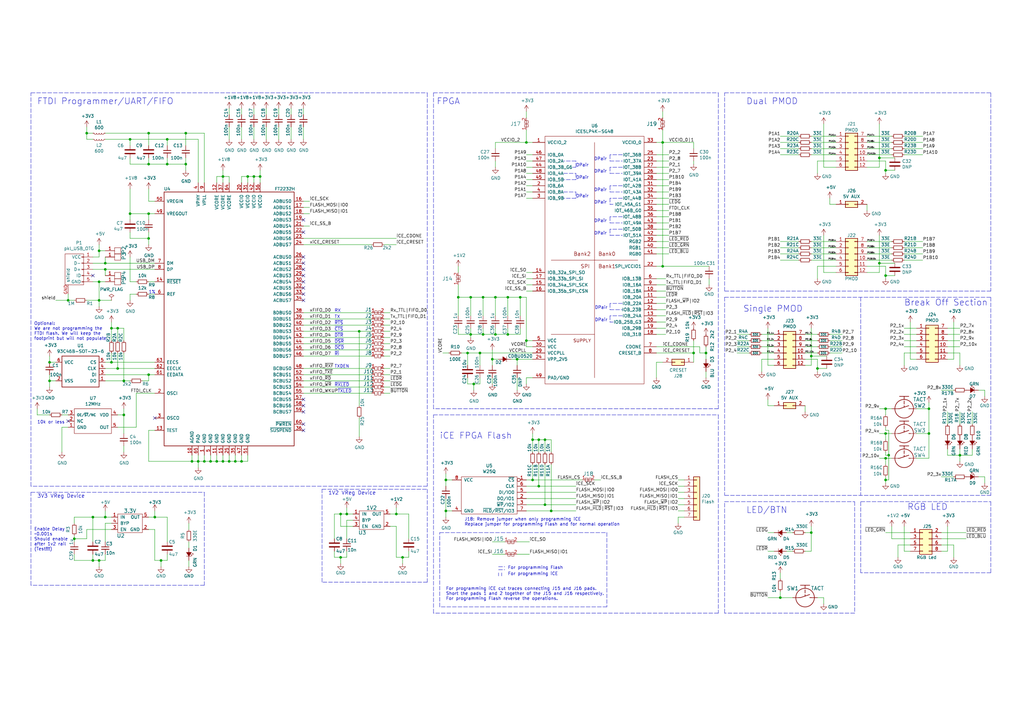
<source format=kicad_sch>
(kicad_sch (version 20231120) (generator "eeschema") (generator_version "8.0")
  (paper "A3")
  (title_block (title "icebreaker") (rev "V1.0a") (company "1BitSquared") (comment 1 "2018 (C) 1BitSquared <info@1bitsquared.com>") (comment 2 "2018 (C) Piotr Esden-Tempski <piotr@esden.net>") (comment 3 "License: CC-BY-SA V4.0"))
  (junction (at 38.1 212.09))
  (junction (at 212.09 147.32))
  (junction (at 363.22 167.64))
  (junction (at 63.5 212.09))
  (junction (at 182.88 209.55))
  (junction (at 20.32 148.59))
  (junction (at 335.28 151.13))
  (junction (at 40.64 123.19))
  (junction (at 27.94 123.19))
  (junction (at 139.7 228.6))
  (junction (at 220.98 180.34))
  (junction (at 53.34 57.15))
  (junction (at 182.88 196.85))
  (junction (at 320.04 245.11))
  (junction (at 20.32 156.21))
  (junction (at 76.2 54.61))
  (junction (at 193.04 137.16))
  (junction (at 60.96 67.31))
  (junction (at 332.74 218.44))
  (junction (at 99.06 189.23))
  (junction (at 218.44 180.34))
  (junction (at 363.22 113.03))
  (junction (at 271.78 58.42))
  (junction (at 381 167.64))
  (junction (at 271.78 109.22))
  (junction (at 213.36 121.92))
  (junction (at 48.26 151.13))
  (junction (at 193.04 121.92))
  (junction (at 38.1 229.87))
  (junction (at 162.56 210.82))
  (junction (at 60.96 54.61))
  (junction (at 208.28 121.92))
  (junction (at 363.22 187.96))
  (junction (at 208.28 137.16))
  (junction (at 220.98 199.39))
  (junction (at 93.98 189.23))
  (junction (at 40.64 102.87))
  (junction (at 81.28 189.23))
  (junction (at 35.56 54.61))
  (junction (at 223.52 180.34))
  (junction (at 360.68 107.95))
  (junction (at 104.14 72.39))
  (junction (at 203.2 121.92))
  (junction (at 196.85 144.78))
  (junction (at 40.64 115.57))
  (junction (at 142.24 210.82))
  (junction (at 226.06 209.55))
  (junction (at 187.96 121.92))
  (junction (at 50.8 156.21))
  (junction (at 363.22 177.8))
  (junction (at 201.93 147.32))
  (junction (at 91.44 189.23))
  (junction (at 60.96 153.67))
  (junction (at 363.22 196.85))
  (junction (at 68.58 67.31))
  (junction (at 43.18 107.95))
  (junction (at 223.52 207.01))
  (junction (at 96.52 189.23))
  (junction (at 66.04 229.87))
  (junction (at 360.68 64.77))
  (junction (at 203.2 137.16))
  (junction (at 76.2 67.31))
  (junction (at 364.49 186.69))
  (junction (at 198.12 137.16))
  (junction (at 45.72 148.59))
  (junction (at 43.18 110.49))
  (junction (at 88.9 189.23))
  (junction (at 83.82 189.23))
  (junction (at 60.96 97.79))
  (junction (at 91.44 72.39))
  (junction (at 191.77 144.78))
  (junction (at 60.96 87.63))
  (junction (at 45.72 134.62))
  (junction (at 284.48 144.78))
  (junction (at 215.9 58.42))
  (junction (at 106.68 72.39))
  (junction (at 48.26 134.62))
  (junction (at 50.8 170.18))
  (junction (at 215.9 139.7))
  (junction (at 86.36 189.23))
  (junction (at 198.12 121.92))
  (junction (at 218.44 196.85))
  (junction (at 43.18 212.09))
  (junction (at 194.31 157.48))
  (junction (at 101.6 72.39))
  (junction (at 68.58 57.15))
  (junction (at 393.7 186.69))
  (junction (at 363.22 69.85))
  (junction (at 332.74 146.05))
  (junction (at 289.56 144.78))
  (junction (at 147.32 135.89))
  (junction (at 381 177.8))
  (junction (at 78.74 189.23))
  (junction (at 40.64 229.87))
  (junction (at 165.1 228.6))
  (junction (at 53.34 87.63))
  (junction (at 139.7 210.82))
  (junction (at 30.48 220.98))
  (no_connect (at 124.46 173.99))
  (no_connect (at 124.46 118.11))
  (no_connect (at 63.5 171.45))
  (no_connect (at 124.46 168.91))
  (no_connect (at 124.46 120.65))
  (no_connect (at 27.94 172.72))
  (no_connect (at 124.46 110.49))
  (no_connect (at 124.46 90.17))
  (no_connect (at 38.1 113.03))
  (no_connect (at 124.46 163.83))
  (no_connect (at 124.46 95.25))
  (no_connect (at 124.46 105.41))
  (no_connect (at 124.46 123.19))
  (no_connect (at 124.46 107.95))
  (no_connect (at 124.46 115.57))
  (no_connect (at 124.46 113.03))
  (no_connect (at 124.46 166.37))
  (no_connect (at 124.46 176.53))
  (wire (pts (xy 40.64 123.19) (xy 45.72 123.19)))
  (wire (pts (xy 86.36 189.23) (xy 88.9 189.23)))
  (wire (pts (xy 375.92 137.16) (xy 370.84 137.16)))
  (wire (pts (xy 43.18 57.15) (xy 53.34 57.15)))
  (wire (pts (xy 269.24 144.78) (xy 284.48 144.78)))
  (wire (pts (xy 327.66 104.14) (xy 320.04 104.14)))
  (wire (pts (xy 157.48 138.43) (xy 160.02 138.43)))
  (wire (pts (xy 43.18 105.41) (xy 43.18 107.95)))
  (wire (pts (xy 317.5 142.24) (xy 312.42 142.24)))
  (wire (pts (xy 218.44 190.5) (xy 218.44 196.85)))
  (wire (pts (xy 99.06 186.69) (xy 99.06 189.23)))
  (wire (pts (xy 124.46 135.89) (xy 147.32 135.89)))
  (wire (pts (xy 38.1 115.57) (xy 40.64 115.57)))
  (polyline (pts (xy 236.22 73.66) (xy 231.14 73.66)) (stroke (width 0) (type dash)))
  (wire (pts (xy 355.6 83.82) (xy 355.6 86.36)))
  (wire (pts (xy 45.72 134.62) (xy 45.72 139.7)))
  (wire (pts (xy 76.2 67.31) (xy 76.2 69.85)))
  (wire (pts (xy 269.24 91.44) (xy 274.32 91.44)))
  (wire (pts (xy 60.96 97.79) (xy 60.96 95.25)))
  (wire (pts (xy 223.52 207.01) (xy 223.52 190.5)))
  (wire (pts (xy 60.96 153.67) (xy 63.5 153.67)))
  (wire (pts (xy 269.24 76.2) (xy 274.32 76.2)))
  (wire (pts (xy 106.68 72.39) (xy 106.68 69.85)))
  (wire (pts (xy 63.5 120.65) (xy 60.96 120.65)))
  (wire (pts (xy 198.12 121.92) (xy 193.04 121.92)))
  (wire (pts (xy 340.36 83.82) (xy 340.36 81.28)))
  (wire (pts (xy 43.18 110.49) (xy 63.5 110.49)))
  (wire (pts (xy 223.52 207.01) (xy 236.22 207.01)))
  (wire (pts (xy 212.09 154.94) (xy 212.09 160.02)))
  (wire (pts (xy 218.44 76.2) (xy 215.9 76.2)))
  (wire (pts (xy 320.04 242.57) (xy 320.04 245.11)))
  (wire (pts (xy 124.46 146.05) (xy 152.4 146.05)))
  (wire (pts (xy 360.68 64.77) (xy 367.03 64.77)))
  (wire (pts (xy 215.9 207.01) (xy 223.52 207.01)))
  (wire (pts (xy 370.84 215.9) (xy 370.84 226.06)))
  (polyline (pts (xy 250.19 71.12) (xy 255.27 71.12)) (stroke (width 0) (type dash)))
  (wire (pts (xy 355.6 106.68) (xy 365.76 106.68)))
  (wire (pts (xy 81.28 57.15) (xy 81.28 74.93)))
  (wire (pts (xy 375.92 142.24) (xy 370.84 142.24)))
  (wire (pts (xy 50.8 170.18) (xy 50.8 177.8)))
  (wire (pts (xy 269.24 66.04) (xy 274.32 66.04)))
  (wire (pts (xy 15.24 167.64) (xy 15.24 170.18)))
  (wire (pts (xy 340.36 144.78) (xy 345.44 144.78)))
  (wire (pts (xy 363.22 186.69) (xy 364.49 186.69)))
  (wire (pts (xy 335.28 109.22) (xy 342.9 109.22)))
  (wire (pts (xy 391.16 223.52) (xy 391.16 228.6)))
  (wire (pts (xy 388.62 142.24) (xy 393.7 142.24)))
  (polyline (pts (xy 255.27 93.98) (xy 250.19 93.98)) (stroke (width 0) (type dash)))
  (wire (pts (xy 22.86 156.21) (xy 20.32 156.21)))
  (wire (pts (xy 269.24 132.08) (xy 273.05 132.08)))
  (polyline (pts (xy 250.19 66.04) (xy 255.27 66.04)) (stroke (width 0) (type dash)))
  (wire (pts (xy 83.82 54.61) (xy 83.82 74.93)))
  (polyline (pts (xy 236.22 71.12) (xy 236.22 73.66)) (stroke (width 0) (type dash)))
  (wire (pts (xy 330.2 144.78) (xy 335.28 144.78)))
  (wire (pts (xy 373.38 147.32) (xy 373.38 132.08)))
  (polyline (pts (xy 350.52 251.46) (xy 297.18 251.46)) (stroke (width 0) (type dash)))
  (wire (pts (xy 332.74 226.06) (xy 332.74 218.44)))
  (wire (pts (xy 35.56 57.15) (xy 38.1 57.15)))
  (wire (pts (xy 388.62 173.99) (xy 388.62 168.91)))
  (wire (pts (xy 53.34 115.57) (xy 53.34 105.41)))
  (wire (pts (xy 203.2 121.92) (xy 203.2 129.54)))
  (wire (pts (xy 43.18 115.57) (xy 40.64 115.57)))
  (wire (pts (xy 48.26 175.26) (xy 55.88 175.26)))
  (wire (pts (xy 99.06 52.07) (xy 99.06 57.15)))
  (wire (pts (xy 83.82 186.69) (xy 83.82 189.23)))
  (wire (pts (xy 269.24 96.52) (xy 274.32 96.52)))
  (wire (pts (xy 38.1 105.41) (xy 40.64 105.41)))
  (wire (pts (xy 364.49 196.85) (xy 363.22 196.85)))
  (wire (pts (xy 76.2 67.31) (xy 76.2 64.77)))
  (wire (pts (xy 124.46 143.51) (xy 152.4 143.51)))
  (polyline (pts (xy 297.18 205.74) (xy 350.52 205.74)) (stroke (width 0) (type dash)))
  (polyline (pts (xy 406.4 38.1) (xy 406.4 119.38)) (stroke (width 0) (type dash)))
  (wire (pts (xy 124.46 52.07) (xy 124.46 57.15)))
  (wire (pts (xy 388.62 134.62) (xy 393.7 134.62)))
  (wire (pts (xy 160.02 215.9) (xy 162.56 215.9)))
  (wire (pts (xy 165.1 228.6) (xy 165.1 231.14)))
  (wire (pts (xy 213.36 137.16) (xy 208.28 137.16)))
  (wire (pts (xy 360.68 111.76) (xy 360.68 107.95)))
  (wire (pts (xy 162.56 215.9) (xy 162.56 228.6)))
  (wire (pts (xy 363.22 176.53) (xy 364.49 176.53)))
  (wire (pts (xy 53.34 120.65) (xy 53.34 123.19)))
  (wire (pts (xy 58.42 156.21) (xy 60.96 156.21)))
  (wire (pts (xy 386.08 226.06) (xy 388.62 226.06)))
  (wire (pts (xy 269.24 121.92) (xy 273.05 121.92)))
  (polyline (pts (xy 236.22 81.28) (xy 231.14 81.28)) (stroke (width 0) (type dash)))
  (wire (pts (xy 332.74 215.9) (xy 332.74 218.44)))
  (wire (pts (xy 68.58 57.15) (xy 68.58 59.69)))
  (wire (pts (xy 187.96 121.92) (xy 187.96 129.54)))
  (wire (pts (xy 142.24 213.36) (xy 142.24 220.98)))
  (wire (pts (xy 363.22 109.22) (xy 363.22 113.03)))
  (wire (pts (xy 81.28 186.69) (xy 81.28 189.23)))
  (wire (pts (xy 91.44 186.69) (xy 91.44 189.23)))
  (polyline (pts (xy 177.8 251.46) (xy 177.8 170.18)) (stroke (width 0) (type dash)))
  (wire (pts (xy 322.58 218.44) (xy 325.12 218.44)))
  (wire (pts (xy 96.52 186.69) (xy 96.52 189.23)))
  (wire (pts (xy 365.76 215.9) (xy 365.76 220.98)))
  (wire (pts (xy 284.48 66.04) (xy 284.48 67.31)))
  (wire (pts (xy 43.18 148.59) (xy 45.72 148.59)))
  (polyline (pts (xy 297.18 119.38) (xy 297.18 38.1)) (stroke (width 0) (type dash)))
  (wire (pts (xy 55.88 175.26) (xy 55.88 161.29)))
  (wire (pts (xy 218.44 142.24) (xy 215.9 142.24)))
  (wire (pts (xy 363.22 69.85) (xy 363.22 71.12)))
  (wire (pts (xy 363.22 196.85) (xy 363.22 198.12)))
  (wire (pts (xy 330.2 218.44) (xy 332.74 218.44)))
  (wire (pts (xy 157.48 161.29) (xy 160.02 161.29)))
  (wire (pts (xy 271.78 148.59) (xy 269.24 148.59)))
  (wire (pts (xy 124.46 138.43) (xy 152.4 138.43)))
  (polyline (pts (xy 132.08 200.66) (xy 175.26 200.66)) (stroke (width 0) (type dash)))
  (wire (pts (xy 198.12 121.92) (xy 198.12 129.54)))
  (wire (pts (xy 157.48 143.51) (xy 160.02 143.51)))
  (wire (pts (xy 335.28 245.11) (xy 337.82 245.11)))
  (wire (pts (xy 340.36 139.7) (xy 345.44 139.7)))
  (polyline (pts (xy 231.14 78.74) (xy 236.22 78.74)) (stroke (width 0) (type dash)))
  (wire (pts (xy 15.24 170.18) (xy 20.32 170.18)))
  (wire (pts (xy 208.28 121.92) (xy 208.28 129.54)))
  (wire (pts (xy 218.44 185.42) (xy 218.44 180.34)))
  (wire (pts (xy 63.5 176.53) (xy 60.96 176.53)))
  (wire (pts (xy 213.36 121.92) (xy 213.36 129.54)))
  (wire (pts (xy 137.16 210.82) (xy 137.16 220.98)))
  (wire (pts (xy 162.56 210.82) (xy 167.64 210.82)))
  (wire (pts (xy 191.77 144.78) (xy 196.85 144.78)))
  (wire (pts (xy 370.84 60.96) (xy 378.46 60.96)))
  (wire (pts (xy 218.44 58.42) (xy 215.9 58.42)))
  (wire (pts (xy 53.34 90.17) (xy 53.34 87.63)))
  (wire (pts (xy 91.44 189.23) (xy 93.98 189.23)))
  (polyline (pts (xy 250.19 78.74) (xy 255.27 78.74)) (stroke (width 0) (type dash)))
  (wire (pts (xy 330.2 137.16) (xy 335.28 137.16)))
  (wire (pts (xy 278.13 204.47) (xy 280.67 204.47)))
  (polyline (pts (xy 255.27 68.58) (xy 250.19 68.58)) (stroke (width 0) (type dash)))
  (wire (pts (xy 269.24 109.22) (xy 271.78 109.22)))
  (wire (pts (xy 284.48 58.42) (xy 284.48 60.96)))
  (wire (pts (xy 342.9 101.6) (xy 332.74 101.6)))
  (wire (pts (xy 40.64 115.57) (xy 40.64 123.19)))
  (polyline (pts (xy 177.8 38.1) (xy 294.64 38.1)) (stroke (width 0) (type dash)))
  (wire (pts (xy 91.44 72.39) (xy 93.98 72.39)))
  (wire (pts (xy 215.9 45.72) (xy 215.9 48.26)))
  (wire (pts (xy 43.18 107.95) (xy 63.5 107.95)))
  (wire (pts (xy 215.9 201.93) (xy 236.22 201.93)))
  (wire (pts (xy 363.22 167.64) (xy 365.76 167.64)))
  (polyline (pts (xy 255.27 76.2) (xy 250.19 76.2)) (stroke (width 0) (type dash)))
  (wire (pts (xy 218.44 139.7) (xy 215.9 139.7)))
  (wire (pts (xy 142.24 210.82) (xy 144.78 210.82)))
  (wire (pts (xy 269.24 99.06) (xy 274.32 99.06)))
  (wire (pts (xy 35.56 123.19) (xy 40.64 123.19)))
  (wire (pts (xy 68.58 229.87) (xy 68.58 227.33)))
  (wire (pts (xy 307.34 144.78) (xy 302.26 144.78)))
  (wire (pts (xy 271.78 58.42) (xy 284.48 58.42)))
  (wire (pts (xy 25.4 175.26) (xy 25.4 185.42)))
  (wire (pts (xy 66.04 229.87) (xy 68.58 229.87)))
  (wire (pts (xy 360.68 68.58) (xy 360.68 64.77)))
  (wire (pts (xy 43.18 110.49) (xy 43.18 113.03)))
  (wire (pts (xy 30.48 229.87) (xy 38.1 229.87)))
  (wire (pts (xy 124.46 100.33) (xy 152.4 100.33)))
  (wire (pts (xy 215.9 139.7) (xy 215.9 142.24)))
  (wire (pts (xy 381 177.8) (xy 381 167.64)))
  (wire (pts (xy 191.77 149.86) (xy 191.77 144.78)))
  (wire (pts (xy 157.48 156.21) (xy 160.02 156.21)))
  (wire (pts (xy 289.56 142.24) (xy 289.56 144.78)))
  (wire (pts (xy 280.67 196.85) (xy 278.13 196.85)))
  (wire (pts (xy 40.64 102.87) (xy 40.64 105.41)))
  (wire (pts (xy 218.44 144.78) (xy 196.85 144.78)))
  (wire (pts (xy 314.96 149.86) (xy 314.96 134.62)))
  (polyline (pts (xy 248.92 218.44) (xy 248.92 248.92)) (stroke (width 0) (type dash)))
  (polyline (pts (xy 250.19 83.82) (xy 251.46 83.82)) (stroke (width 0) (type dash)))
  (wire (pts (xy 38.1 212.09) (xy 43.18 212.09)))
  (polyline (pts (xy 406.4 121.92) (xy 406.4 203.2)) (stroke (width 0) (type dash)))
  (wire (pts (xy 342.9 60.96) (xy 332.74 60.96)))
  (wire (pts (xy 38.1 107.95) (xy 43.18 107.95)))
  (wire (pts (xy 27.94 123.19) (xy 22.86 123.19)))
  (wire (pts (xy 355.6 104.14) (xy 365.76 104.14)))
  (polyline (pts (xy 12.7 240.03) (xy 12.7 201.93)) (stroke (width 0) (type dash)))
  (wire (pts (xy 124.46 82.55) (xy 127 82.55)))
  (wire (pts (xy 370.84 101.6) (xy 378.46 101.6)))
  (wire (pts (xy 60.96 176.53) (xy 60.96 189.23)))
  (wire (pts (xy 139.7 210.82) (xy 142.24 210.82)))
  (wire (pts (xy 157.48 146.05) (xy 160.02 146.05)))
  (wire (pts (xy 157.48 140.97) (xy 160.02 140.97)))
  (wire (pts (xy 196.85 144.78) (xy 196.85 149.86)))
  (wire (pts (xy 278.13 199.39) (xy 280.67 199.39)))
  (wire (pts (xy 271.78 109.22) (xy 290.83 109.22)))
  (wire (pts (xy 144.78 215.9) (xy 139.7 215.9)))
  (wire (pts (xy 393.7 184.15) (xy 393.7 186.69)))
  (wire (pts (xy 332.74 146.05) (xy 332.74 134.62)))
  (wire (pts (xy 218.44 68.58) (xy 215.9 68.58)))
  (wire (pts (xy 330.2 166.37) (xy 330.2 168.91)))
  (wire (pts (xy 43.18 229.87) (xy 43.18 227.33)))
  (wire (pts (xy 284.48 144.78) (xy 284.48 139.7)))
  (wire (pts (xy 40.64 123.19) (xy 40.64 125.73)))
  (wire (pts (xy 124.46 151.13) (xy 152.4 151.13)))
  (wire (pts (xy 157.48 130.81) (xy 160.02 130.81)))
  (wire (pts (xy 212.09 222.25) (xy 217.17 222.25)))
  (wire (pts (xy 142.24 228.6) (xy 142.24 226.06)))
  (wire (pts (xy 55.88 161.29) (xy 63.5 161.29)))
  (wire (pts (xy 60.96 54.61) (xy 60.96 59.69)))
  (wire (pts (xy 317.5 139.7) (xy 312.42 139.7)))
  (wire (pts (xy 215.9 58.42) (xy 203.2 58.42)))
  (wire (pts (xy 220.98 180.34) (xy 220.98 185.42)))
  (wire (pts (xy 213.36 121.92) (xy 208.28 121.92)))
  (wire (pts (xy 165.1 228.6) (xy 167.64 228.6)))
  (wire (pts (xy 271.78 58.42) (xy 271.78 109.22)))
  (wire (pts (xy 375.92 167.64) (xy 381 167.64)))
  (wire (pts (xy 342.9 58.42) (xy 332.74 58.42)))
  (wire (pts (xy 368.3 223.52) (xy 373.38 223.52)))
  (wire (pts (xy 63.5 87.63) (xy 60.96 87.63)))
  (wire (pts (xy 40.64 229.87) (xy 43.18 229.87)))
  (polyline (pts (xy 177.8 167.64) (xy 177.8 38.1)) (stroke (width 0) (type dash)))
  (wire (pts (xy 201.93 154.94) (xy 201.93 157.48)))
  (wire (pts (xy 391.16 195.58) (xy 386.08 195.58)))
  (wire (pts (xy 114.3 52.07) (xy 114.3 57.15)))
  (wire (pts (xy 220.98 199.39) (xy 236.22 199.39)))
  (wire (pts (xy 60.96 90.17) (xy 60.96 87.63)))
  (wire (pts (xy 317.5 137.16) (xy 312.42 137.16)))
  (polyline (pts (xy 12.7 38.1) (xy 175.26 38.1)) (stroke (width 0) (type dash)))
  (wire (pts (xy 124.46 161.29) (xy 152.4 161.29)))
  (wire (pts (xy 289.56 144.78) (xy 289.56 147.32)))
  (wire (pts (xy 124.46 140.97) (xy 152.4 140.97)))
  (wire (pts (xy 218.44 154.94) (xy 215.9 154.94)))
  (wire (pts (xy 187.96 109.22) (xy 187.96 111.76)))
  (wire (pts (xy 53.34 57.15) (xy 68.58 57.15)))
  (polyline (pts (xy 132.08 238.76) (xy 132.08 200.66)) (stroke (width 0) (type dash)))
  (polyline (pts (xy 177.8 170.18) (xy 294.64 170.18)) (stroke (width 0) (type dash)))
  (wire (pts (xy 109.22 52.07) (xy 109.22 57.15)))
  (polyline (pts (xy 406.4 119.38) (xy 297.18 119.38)) (stroke (width 0) (type dash)))
  (wire (pts (xy 185.42 209.55) (xy 182.88 209.55)))
  (wire (pts (xy 330.2 142.24) (xy 335.28 142.24)))
  (polyline (pts (xy 180.34 218.44) (xy 248.92 218.44)) (stroke (width 0) (type dash)))
  (wire (pts (xy 388.62 186.69) (xy 393.7 186.69)))
  (wire (pts (xy 403.86 160.02) (xy 403.86 162.56)))
  (wire (pts (xy 215.9 209.55) (xy 226.06 209.55)))
  (wire (pts (xy 27.94 120.65) (xy 27.94 123.19)))
  (wire (pts (xy 401.32 195.58) (xy 403.86 195.58)))
  (wire (pts (xy 269.24 148.59) (xy 269.24 154.94)))
  (wire (pts (xy 278.13 209.55) (xy 280.67 209.55)))
  (wire (pts (xy 157.48 128.27) (xy 160.02 128.27)))
  (wire (pts (xy 337.82 111.76) (xy 342.9 111.76)))
  (wire (pts (xy 342.9 104.14) (xy 332.74 104.14)))
  (wire (pts (xy 139.7 228.6) (xy 139.7 231.14)))
  (wire (pts (xy 360.68 187.96) (xy 363.22 187.96)))
  (wire (pts (xy 355.6 63.5) (xy 365.76 63.5)))
  (wire (pts (xy 196.85 154.94) (xy 196.85 157.48)))
  (wire (pts (xy 76.2 54.61) (xy 76.2 59.69)))
  (wire (pts (xy 335.28 147.32) (xy 335.28 151.13)))
  (polyline (pts (xy 250.19 81.28) (xy 250.19 83.82)) (stroke (width 0) (type dash)))
  (wire (pts (xy 393.7 173.99) (xy 393.7 168.91)))
  (wire (pts (xy 60.96 87.63) (xy 53.34 87.63)))
  (wire (pts (xy 48.26 170.18) (xy 50.8 170.18)))
  (polyline (pts (xy 250.19 88.9) (xy 250.19 91.44)) (stroke (width 0) (type dash)))
  (wire (pts (xy 243.84 196.85) (xy 246.38 196.85)))
  (polyline (pts (xy 255.27 124.46) (xy 250.19 124.46)) (stroke (width 0) (type dash)))
  (wire (pts (xy 187.96 137.16) (xy 193.04 137.16)))
  (wire (pts (xy 269.24 88.9) (xy 274.32 88.9)))
  (wire (pts (xy 48.26 144.78) (xy 48.26 151.13)))
  (wire (pts (xy 147.32 135.89) (xy 152.4 135.89)))
  (wire (pts (xy 104.14 72.39) (xy 104.14 74.93)))
  (polyline (pts (xy 255.27 63.5) (xy 250.19 63.5)) (stroke (width 0) (type dash)))
  (wire (pts (xy 218.44 63.5) (xy 215.9 63.5)))
  (wire (pts (xy 81.28 189.23) (xy 81.28 191.77)))
  (wire (pts (xy 193.04 137.16) (xy 193.04 138.43)))
  (wire (pts (xy 53.34 95.25) (xy 53.34 97.79)))
  (wire (pts (xy 401.32 160.02) (xy 403.86 160.02)))
  (wire (pts (xy 157.48 153.67) (xy 160.02 153.67)))
  (polyline (pts (xy 236.22 68.58) (xy 236.22 66.04)) (stroke (width 0) (type dash)))
  (wire (pts (xy 363.22 109.22) (xy 355.6 109.22)))
  (polyline (pts (xy 297.18 121.92) (xy 406.4 121.92)) (stroke (width 0) (type dash)))
  (wire (pts (xy 269.24 81.28) (xy 274.32 81.28)))
  (wire (pts (xy 280.67 212.09) (xy 278.13 212.09)))
  (wire (pts (xy 68.58 67.31) (xy 76.2 67.31)))
  (polyline (pts (xy 255.27 81.28) (xy 250.19 81.28)) (stroke (width 0) (type dash)))
  (wire (pts (xy 50.8 144.78) (xy 50.8 156.21)))
  (wire (pts (xy 215.9 154.94) (xy 215.9 157.48)))
  (wire (pts (xy 337.82 245.11) (xy 337.82 247.65)))
  (wire (pts (xy 317.5 166.37) (xy 314.96 166.37)))
  (wire (pts (xy 269.24 127) (xy 273.05 127)))
  (wire (pts (xy 43.18 54.61) (xy 60.96 54.61)))
  (wire (pts (xy 198.12 137.16) (xy 198.12 134.62)))
  (wire (pts (xy 124.46 130.81) (xy 152.4 130.81)))
  (wire (pts (xy 99.06 44.45) (xy 99.06 46.99)))
  (wire (pts (xy 218.44 180.34) (xy 220.98 180.34)))
  (wire (pts (xy 215.9 204.47) (xy 236.22 204.47)))
  (wire (pts (xy 363.22 113.03) (xy 363.22 114.3)))
  (wire (pts (xy 201.93 222.25) (xy 207.01 222.25)))
  (wire (pts (xy 388.62 226.06) (xy 388.62 215.9)))
  (wire (pts (xy 364.49 176.53) (xy 364.49 186.69)))
  (wire (pts (xy 327.66 55.88) (xy 320.04 55.88)))
  (wire (pts (xy 269.24 137.16) (xy 273.05 137.16)))
  (wire (pts (xy 194.31 157.48) (xy 191.77 157.48)))
  (polyline (pts (xy 83.82 240.03) (xy 12.7 240.03)) (stroke (width 0) (type dash)))
  (wire (pts (xy 50.8 156.21) (xy 53.34 156.21)))
  (wire (pts (xy 386.08 223.52) (xy 391.16 223.52)))
  (wire (pts (xy 213.36 134.62) (xy 213.36 137.16)))
  (wire (pts (xy 201.93 147.32) (xy 201.93 149.86)))
  (wire (pts (xy 340.36 137.16) (xy 345.44 137.16)))
  (wire (pts (xy 139.7 215.9) (xy 139.7 210.82)))
  (wire (pts (xy 393.7 186.69) (xy 393.7 189.23)))
  (wire (pts (xy 320.04 237.49) (xy 320.04 234.95)))
  (wire (pts (xy 63.5 212.09) (xy 68.58 212.09)))
  (wire (pts (xy 218.44 66.04) (xy 215.9 66.04)))
  (wire (pts (xy 363.22 185.42) (xy 363.22 186.69)))
  (wire (pts (xy 223.52 180.34) (xy 223.52 185.42)))
  (wire (pts (xy 307.34 137.16) (xy 302.26 137.16)))
  (wire (pts (xy 375.92 147.32) (xy 373.38 147.32)))
  (wire (pts (xy 20.32 148.59) (xy 20.32 146.05)))
  (wire (pts (xy 187.96 134.62) (xy 187.96 137.16)))
  (wire (pts (xy 327.66 58.42) (xy 320.04 58.42)))
  (wire (pts (xy 101.6 72.39) (xy 101.6 74.93)))
  (wire (pts (xy 53.34 87.63) (xy 53.34 77.47)))
  (wire (pts (xy 203.2 66.04) (xy 203.2 68.58)))
  (polyline (pts (xy 12.7 199.39) (xy 12.7 38.1)) (stroke (width 0) (type dash)))
  (wire (pts (xy 167.64 228.6) (xy 167.64 226.06)))
  (wire (pts (xy 30.48 214.63) (xy 30.48 212.09)))
  (wire (pts (xy 63.5 82.55) (xy 60.96 82.55)))
  (wire (pts (xy 218.44 78.74) (xy 215.9 78.74)))
  (wire (pts (xy 60.96 67.31) (xy 68.58 67.31)))
  (wire (pts (xy 290.83 114.3) (xy 290.83 116.84)))
  (wire (pts (xy 43.18 151.13) (xy 48.26 151.13)))
  (wire (pts (xy 30.48 212.09) (xy 38.1 212.09)))
  (wire (pts (xy 142.24 210.82) (xy 142.24 208.28)))
  (wire (pts (xy 147.32 171.45) (xy 147.32 179.07)))
  (wire (pts (xy 124.46 128.27) (xy 152.4 128.27)))
  (wire (pts (xy 203.2 134.62) (xy 203.2 137.16)))
  (wire (pts (xy 77.47 214.63) (xy 77.47 217.17)))
  (wire (pts (xy 269.24 83.82) (xy 274.32 83.82)))
  (wire (pts (xy 203.2 121.92) (xy 198.12 121.92)))
  (polyline (pts (xy 180.34 248.92) (xy 180.34 218.44)) (stroke (width 0) (type dash)))
  (wire (pts (xy 363.22 175.26) (xy 363.22 176.53)))
  (wire (pts (xy 88.9 189.23) (xy 91.44 189.23)))
  (polyline (pts (xy 204.47 233.68) (xy 207.01 233.68)) (stroke (width 0) (type dash)))
  (wire (pts (xy 398.78 186.69) (xy 398.78 184.15)))
  (wire (pts (xy 93.98 189.23) (xy 96.52 189.23)))
  (wire (pts (xy 203.2 58.42) (xy 203.2 60.96)))
  (wire (pts (xy 109.22 44.45) (xy 109.22 46.99)))
  (wire (pts (xy 342.9 83.82) (xy 340.36 83.82)))
  (wire (pts (xy 342.9 99.06) (xy 332.74 99.06)))
  (wire (pts (xy 218.44 116.84) (xy 215.9 116.84)))
  (wire (pts (xy 335.28 151.13) (xy 335.28 152.4)))
  (wire (pts (xy 93.98 44.45) (xy 93.98 46.99)))
  (wire (pts (xy 203.2 137.16) (xy 198.12 137.16)))
  (wire (pts (xy 40.64 100.33) (xy 40.64 102.87)))
  (wire (pts (xy 289.56 152.4) (xy 289.56 154.94)))
  (wire (pts (xy 342.9 106.68) (xy 332.74 106.68)))
  (wire (pts (xy 30.48 219.71) (xy 30.48 220.98)))
  (wire (pts (xy 360.68 167.64) (xy 363.22 167.64)))
  (wire (pts (xy 269.24 101.6) (xy 274.32 101.6)))
  (wire (pts (xy 45.72 144.78) (xy 45.72 148.59)))
  (wire (pts (xy 93.98 52.07) (xy 93.98 57.15)))
  (wire (pts (xy 60.96 97.79) (xy 60.96 100.33)))
  (polyline (pts (xy 406.4 203.2) (xy 297.18 203.2)) (stroke (width 0) (type dash)))
  (polyline (pts (xy 353.06 234.95) (xy 353.06 205.74)) (stroke (width 0) (type dash)))
  (wire (pts (xy 144.78 213.36) (xy 142.24 213.36)))
  (wire (pts (xy 35.56 54.61) (xy 38.1 54.61)))
  (polyline (pts (xy 297.18 121.92) (xy 297.18 203.2)) (stroke (width 0) (type dash)))
  (wire (pts (xy 363.22 66.04) (xy 363.22 69.85)))
  (polyline (pts (xy 406.4 234.95) (xy 353.06 234.95)) (stroke (width 0) (type dash)))
  (wire (pts (xy 403.86 195.58) (xy 403.86 198.12)))
  (wire (pts (xy 76.2 54.61) (xy 83.82 54.61)))
  (wire (pts (xy 119.38 52.07) (xy 119.38 57.15)))
  (wire (pts (xy 218.44 177.8) (xy 218.44 180.34)))
  (wire (pts (xy 88.9 72.39) (xy 91.44 72.39)))
  (wire (pts (xy 269.24 142.24) (xy 287.02 142.24)))
  (wire (pts (xy 223.52 180.34) (xy 226.06 180.34)))
  (wire (pts (xy 212.09 149.86) (xy 212.09 147.32)))
  (wire (pts (xy 325.12 245.11) (xy 320.04 245.11)))
  (wire (pts (xy 330.2 147.32) (xy 335.28 147.32)))
  (polyline (pts (xy 353.06 121.92) (xy 353.06 203.2)) (stroke (width 0) (type dash)))
  (wire (pts (xy 53.34 57.15) (xy 53.34 59.69)))
  (polyline (pts (xy 250.19 124.46) (xy 250.19 127)) (stroke (width 0) (type dash)))
  (wire (pts (xy 226.06 209.55) (xy 236.22 209.55)))
  (wire (pts (xy 215.9 121.92) (xy 213.36 121.92)))
  (wire (pts (xy 77.47 229.87) (xy 77.47 232.41)))
  (polyline (pts (xy 250.19 96.52) (xy 255.27 96.52)) (stroke (width 0) (type dash)))
  (wire (pts (xy 363.22 195.58) (xy 363.22 196.85)))
  (wire (pts (xy 391.16 160.02) (xy 386.08 160.02)))
  (wire (pts (xy 147.32 166.37) (xy 147.32 135.89)))
  (polyline (pts (xy 294.64 167.64) (xy 177.8 167.64)) (stroke (width 0) (type dash)))
  (wire (pts (xy 317.5 218.44) (xy 314.96 218.44)))
  (polyline (pts (xy 204.47 234.95) (xy 204.47 236.22)) (stroke (width 0) (type dash)))
  (wire (pts (xy 215.9 196.85) (xy 218.44 196.85)))
  (wire (pts (xy 38.1 227.33) (xy 38.1 229.87)))
  (wire (pts (xy 327.66 99.06) (xy 320.04 99.06)))
  (wire (pts (xy 83.82 189.23) (xy 86.36 189.23)))
  (wire (pts (xy 104.14 44.45) (xy 104.14 46.99)))
  (wire (pts (xy 312.42 152.4) (xy 312.42 147.32)))
  (wire (pts (xy 370.84 106.68) (xy 378.46 106.68)))
  (wire (pts (xy 93.98 72.39) (xy 93.98 74.93)))
  (wire (pts (xy 269.24 129.54) (xy 273.05 129.54)))
  (wire (pts (xy 226.06 209.55) (xy 226.06 190.5)))
  (wire (pts (xy 360.68 111.76) (xy 355.6 111.76)))
  (wire (pts (xy 101.6 72.39) (xy 104.14 72.39)))
  (wire (pts (xy 215.9 199.39) (xy 220.98 199.39)))
  (wire (pts (xy 373.38 218.44) (xy 363.22 218.44)))
  (wire (pts (xy 269.24 86.36) (xy 274.32 86.36)))
  (wire (pts (xy 189.23 144.78) (xy 191.77 144.78)))
  (wire (pts (xy 312.42 147.32) (xy 317.5 147.32)))
  (wire (pts (xy 269.24 114.3) (xy 273.05 114.3)))
  (wire (pts (xy 370.84 99.06) (xy 378.46 99.06)))
  (wire (pts (xy 63.5 229.87) (xy 66.04 229.87)))
  (wire (pts (xy 162.56 228.6) (xy 165.1 228.6)))
  (wire (pts (xy 38.1 110.49) (xy 43.18 110.49)))
  (wire (pts (xy 193.04 137.16) (xy 198.12 137.16)))
  (wire (pts (xy 43.18 156.21) (xy 50.8 156.21)))
  (polyline (pts (xy 250.19 63.5) (xy 250.19 66.04)) (stroke (width 0) (type dash)))
  (polyline (pts (xy 175.26 38.1) (xy 175.26 199.39)) (stroke (width 0) (type dash)))
  (wire (pts (xy 218.44 114.3) (xy 215.9 114.3)))
  (wire (pts (xy 50.8 134.62) (xy 48.26 134.62)))
  (polyline (pts (xy 175.26 238.76) (xy 132.08 238.76)) (stroke (width 0) (type dash)))
  (wire (pts (xy 322.58 226.06) (xy 325.12 226.06)))
  (wire (pts (xy 35.56 52.07) (xy 35.56 54.61)))
  (wire (pts (xy 342.9 66.04) (xy 335.28 66.04)))
  (polyline (pts (xy 250.19 127) (xy 255.27 127)) (stroke (width 0) (type dash)))
  (wire (pts (xy 218.44 111.76) (xy 215.9 111.76)))
  (wire (pts (xy 60.96 54.61) (xy 76.2 54.61)))
  (polyline (pts (xy 353.06 205.74) (xy 406.4 205.74)) (stroke (width 0) (type dash)))
  (wire (pts (xy 50.8 170.18) (xy 50.8 167.64)))
  (wire (pts (xy 119.38 44.45) (xy 119.38 46.99)))
  (wire (pts (xy 35.56 220.98) (xy 35.56 217.17)))
  (wire (pts (xy 43.18 212.09) (xy 45.72 212.09)))
  (wire (pts (xy 317.5 144.78) (xy 312.42 144.78)))
  (wire (pts (xy 99.06 189.23) (xy 101.6 189.23)))
  (wire (pts (xy 124.46 44.45) (xy 124.46 46.99)))
  (wire (pts (xy 340.36 142.24) (xy 345.44 142.24)))
  (wire (pts (xy 215.9 53.34) (xy 215.9 58.42)))
  (wire (pts (xy 204.47 147.32) (xy 201.93 147.32)))
  (wire (pts (xy 388.62 137.16) (xy 393.7 137.16)))
  (wire (pts (xy 284.48 148.59) (xy 284.48 144.78)))
  (wire (pts (xy 375.92 177.8) (xy 381 177.8)))
  (wire (pts (xy 45.72 148.59) (xy 63.5 148.59)))
  (wire (pts (xy 327.66 106.68) (xy 320.04 106.68)))
  (wire (pts (xy 391.16 132.08) (xy 391.16 147.32)))
  (wire (pts (xy 124.46 92.71) (xy 127 92.71)))
  (wire (pts (xy 355.6 101.6) (xy 365.76 101.6)))
  (wire (pts (xy 335.28 66.04) (xy 335.28 71.12)))
  (polyline (pts (xy 406.4 205.74) (xy 406.4 234.95)) (stroke (width 0) (type dash)))
  (wire (pts (xy 27.94 175.26) (xy 25.4 175.26)))
  (polyline (pts (xy 350.52 205.74) (xy 350.52 251.46)) (stroke (width 0) (type dash)))
  (wire (pts (xy 307.34 142.24) (xy 302.26 142.24)))
  (wire (pts (xy 194.31 157.48) (xy 194.31 160.02)))
  (wire (pts (xy 50.8 139.7) (xy 50.8 134.62)))
  (wire (pts (xy 363.22 113.03) (xy 367.03 113.03)))
  (wire (pts (xy 355.6 55.88) (xy 365.76 55.88)))
  (wire (pts (xy 370.84 63.5) (xy 378.46 63.5)))
  (wire (pts (xy 386.08 220.98) (xy 396.24 220.98)))
  (wire (pts (xy 209.55 147.32) (xy 212.09 147.32)))
  (wire (pts (xy 53.34 67.31) (xy 60.96 67.31)))
  (wire (pts (xy 363.22 187.96) (xy 365.76 187.96)))
  (wire (pts (xy 218.44 119.38) (xy 215.9 119.38)))
  (wire (pts (xy 43.18 153.67) (xy 60.96 153.67)))
  (polyline (pts (xy 236.22 78.74) (xy 236.22 81.28)) (stroke (width 0) (type dash)))
  (wire (pts (xy 96.52 189.23) (xy 99.06 189.23)))
  (wire (pts (xy 137.16 210.82) (xy 139.7 210.82)))
  (wire (pts (xy 278.13 212.09) (xy 278.13 214.63)))
  (wire (pts (xy 66.04 229.87) (xy 66.04 232.41)))
  (wire (pts (xy 218.44 71.12) (xy 215.9 71.12)))
  (wire (pts (xy 157.48 158.75) (xy 160.02 158.75)))
  (wire (pts (xy 99.06 74.93) (xy 99.06 72.39)))
  (wire (pts (xy 104.14 72.39) (xy 106.68 72.39)))
  (wire (pts (xy 332.74 149.86) (xy 332.74 146.05)))
  (wire (pts (xy 335.28 151.13) (xy 339.09 151.13)))
  (wire (pts (xy 101.6 189.23) (xy 101.6 186.69)))
  (wire (pts (xy 193.04 121.92) (xy 187.96 121.92)))
  (wire (pts (xy 314.96 166.37) (xy 314.96 163.83)))
  (wire (pts (xy 55.88 120.65) (xy 53.34 120.65)))
  (wire (pts (xy 181.61 144.78) (xy 184.15 144.78)))
  (wire (pts (xy 201.93 147.32) (xy 201.93 143.51)))
  (polyline (pts (xy 175.26 200.66) (xy 175.26 238.76)) (stroke (width 0) (type dash)))
  (wire (pts (xy 77.47 222.25) (xy 77.47 224.79)))
  (wire (pts (xy 208.28 121.92) (xy 203.2 121.92)))
  (wire (pts (xy 381 167.64) (xy 381 165.1)))
  (polyline (pts (xy 175.26 199.39) (xy 12.7 199.39)) (stroke (width 0) (type dash)))
  (wire (pts (xy 30.48 220.98) (xy 35.56 220.98)))
  (polyline (pts (xy 236.22 66.04) (xy 231.14 66.04)) (stroke (width 0) (type dash)))
  (wire (pts (xy 375.92 134.62) (xy 370.84 134.62)))
  (polyline (pts (xy 255.27 88.9) (xy 250.19 88.9)) (stroke (width 0) (type dash)))
  (wire (pts (xy 35.56 217.17) (xy 45.72 217.17)))
  (polyline (pts (xy 250.19 129.54) (xy 250.19 132.08)) (stroke (width 0) (type dash)))
  (wire (pts (xy 48.26 134.62) (xy 45.72 134.62)))
  (wire (pts (xy 381 187.96) (xy 381 177.8)))
  (wire (pts (xy 218.44 81.28) (xy 215.9 81.28)))
  (wire (pts (xy 269.24 104.14) (xy 274.32 104.14)))
  (wire (pts (xy 360.68 64.77) (xy 360.68 50.8)))
  (wire (pts (xy 271.78 45.72) (xy 271.78 48.26)))
  (wire (pts (xy 337.82 68.58) (xy 337.82 50.8)))
  (wire (pts (xy 68.58 212.09) (xy 68.58 222.25)))
  (wire (pts (xy 332.74 226.06) (xy 330.2 226.06)))
  (wire (pts (xy 137.16 226.06) (xy 137.16 228.6)))
  (wire (pts (xy 50.8 182.88) (xy 50.8 185.42)))
  (wire (pts (xy 363.22 69.85) (xy 367.03 69.85)))
  (wire (pts (xy 106.68 72.39) (xy 106.68 74.93)))
  (wire (pts (xy 63.5 217.17) (xy 63.5 229.87)))
  (wire (pts (xy 48.26 134.62) (xy 48.26 139.7)))
  (wire (pts (xy 269.24 68.58) (xy 274.32 68.58)))
  (wire (pts (xy 60.96 115.57) (xy 63.5 115.57)))
  (wire (pts (xy 78.74 189.23) (xy 81.28 189.23)))
  (wire (pts (xy 30.48 220.98) (xy 30.48 222.25)))
  (wire (pts (xy 278.13 207.01) (xy 280.67 207.01)))
  (wire (pts (xy 124.46 85.09) (xy 127 85.09)))
  (polyline (pts (xy 297.18 38.1) (xy 406.4 38.1)) (stroke (width 0) (type dash)))
  (wire (pts (xy 388.62 144.78) (xy 393.7 144.78)))
  (wire (pts (xy 269.24 63.5) (xy 274.32 63.5)))
  (wire (pts (xy 388.62 184.15) (xy 388.62 186.69)))
  (wire (pts (xy 124.46 158.75) (xy 152.4 158.75)))
  (wire (pts (xy 370.84 104.14) (xy 378.46 104.14)))
  (wire (pts (xy 327.66 101.6) (xy 320.04 101.6)))
  (wire (pts (xy 337.82 111.76) (xy 337.82 96.52)))
  (wire (pts (xy 386.08 218.44) (xy 396.24 218.44)))
  (wire (pts (xy 86.36 186.69) (xy 86.36 189.23)))
  (wire (pts (xy 388.62 139.7) (xy 393.7 139.7)))
  (wire (pts (xy 360.68 107.95) (xy 360.68 96.52)))
  (wire (pts (xy 60.96 156.21) (xy 60.96 153.67)))
  (wire (pts (xy 104.14 52.07) (xy 104.14 57.15)))
  (wire (pts (xy 139.7 228.6) (xy 142.24 228.6)))
  (wire (pts (xy 342.9 68.58) (xy 337.82 68.58)))
  (wire (pts (xy 212.09 147.32) (xy 218.44 147.32)))
  (wire (pts (xy 212.09 227.33) (xy 217.17 227.33)))
  (wire (pts (xy 157.48 100.33) (xy 162.56 100.33)))
  (polyline (pts (xy 250.19 93.98) (xy 250.19 96.52)) (stroke (width 0) (type dash)))
  (wire (pts (xy 393.7 186.69) (xy 398.78 186.69)))
  (wire (pts (xy 60.96 82.55) (xy 60.96 77.47)))
  (polyline (pts (xy 250.19 68.58) (xy 250.19 71.12)) (stroke (width 0) (type dash)))
  (wire (pts (xy 60.96 217.17) (xy 63.5 217.17)))
  (wire (pts (xy 38.1 229.87) (xy 40.64 229.87)))
  (wire (pts (xy 208.28 137.16) (xy 203.2 137.16)))
  (polyline (pts (xy 205.74 234.95) (xy 205.74 236.22)) (stroke (width 0) (type dash)))
  (wire (pts (xy 182.88 204.47) (xy 182.88 209.55)))
  (wire (pts (xy 182.88 196.85) (xy 182.88 199.39)))
  (wire (pts (xy 355.6 99.06) (xy 365.76 99.06)))
  (wire (pts (xy 48.26 151.13) (xy 63.5 151.13)))
  (wire (pts (xy 93.98 186.69) (xy 93.98 189.23)))
  (wire (pts (xy 327.66 63.5) (xy 320.04 63.5)))
  (wire (pts (xy 43.18 102.87) (xy 40.64 102.87)))
  (polyline (pts (xy 297.18 251.46) (xy 297.18 205.74)) (stroke (width 0) (type dash)))
  (wire (pts (xy 388.62 147.32) (xy 391.16 147.32)))
  (wire (pts (xy 332.74 146.05) (xy 339.09 146.05)))
  (wire (pts (xy 137.16 228.6) (xy 139.7 228.6)))
  (wire (pts (xy 330.2 139.7) (xy 335.28 139.7)))
  (wire (pts (xy 355.6 60.96) (xy 365.76 60.96)))
  (wire (pts (xy 27.94 170.18) (xy 25.4 170.18)))
  (wire (pts (xy 360.68 107.95) (xy 367.03 107.95)))
  (wire (pts (xy 269.24 134.62) (xy 273.05 134.62)))
  (wire (pts (xy 370.84 55.88) (xy 378.46 55.88)))
  (polyline (pts (xy 234.95 68.58) (xy 236.22 68.58)) (stroke (width 0) (type dash)))
  (polyline (pts (xy 83.82 201.93) (xy 83.82 240.03)) (stroke (width 0) (type dash)))
  (wire (pts (xy 375.92 139.7) (xy 370.84 139.7)))
  (wire (pts (xy 355.6 68.58) (xy 360.68 68.58)))
  (wire (pts (xy 201.93 227.33) (xy 207.01 227.33)))
  (wire (pts (xy 342.9 55.88) (xy 332.74 55.88)))
  (wire (pts (xy 88.9 74.93) (xy 88.9 72.39)))
  (wire (pts (xy 157.48 133.35) (xy 160.02 133.35)))
  (wire (pts (xy 220.98 190.5) (xy 220.98 199.39)))
  (wire (pts (xy 370.84 58.42) (xy 378.46 58.42)))
  (polyline (pts (xy 231.14 71.12) (xy 236.22 71.12)) (stroke (width 0) (type dash)))
  (wire (pts (xy 60.96 212.09) (xy 63.5 212.09)))
  (wire (pts (xy 393.7 144.78) (xy 393.7 149.86)))
  (wire (pts (xy 45.72 132.08) (xy 45.72 134.62)))
  (polyline (pts (xy 204.47 232.41) (xy 207.01 232.41)) (stroke (width 0) (type dash)))
  (wire (pts (xy 88.9 186.69) (xy 88.9 189.23)))
  (wire (pts (xy 269.24 119.38) (xy 273.05 119.38)))
  (wire (pts (xy 363.22 177.8) (xy 363.22 180.34)))
  (wire (pts (xy 193.04 121.92) (xy 193.04 129.54)))
  (wire (pts (xy 20.32 156.21) (xy 20.32 158.75)))
  (wire (pts (xy 78.74 186.69) (xy 78.74 189.23)))
  (wire (pts (xy 193.04 134.62) (xy 193.04 137.16)))
  (wire (pts (xy 53.34 97.79) (xy 60.96 97.79)))
  (wire (pts (xy 342.9 63.5) (xy 332.74 63.5)))
  (wire (pts (xy 218.44 73.66) (xy 215.9 73.66)))
  (wire (pts (xy 157.48 151.13) (xy 160.02 151.13)))
  (wire (pts (xy 124.46 156.21) (xy 152.4 156.21)))
  (wire (pts (xy 45.72 214.63) (xy 43.18 214.63)))
  (wire (pts (xy 22.86 148.59) (xy 20.32 148.59)))
  (wire (pts (xy 363.22 177.8) (xy 365.76 177.8)))
  (polyline (pts (xy 294.64 170.18) (xy 294.64 251.46)) (stroke (width 0) (type dash)))
  (wire (pts (xy 287.02 144.78) (xy 289.56 144.78)))
  (wire (pts (xy 53.34 64.77) (xy 53.34 67.31)))
  (wire (pts (xy 368.3 228.6) (xy 368.3 223.52)))
  (wire (pts (xy 355.6 58.42) (xy 365.76 58.42)))
  (wire (pts (xy 99.06 72.39) (xy 101.6 72.39)))
  (wire (pts (xy 35.56 54.61) (xy 35.56 57.15)))
  (wire (pts (xy 124.46 153.67) (xy 152.4 153.67)))
  (wire (pts (xy 363.22 187.96) (xy 363.22 190.5)))
  (polyline (pts (xy 255.27 129.54) (xy 250.19 129.54)) (stroke (width 0) (type dash)))
  (wire (pts (xy 269.24 58.42) (xy 271.78 58.42)))
  (wire (pts (xy 167.64 210.82) (xy 167.64 220.98)))
  (wire (pts (xy 271.78 53.34) (xy 271.78 58.42)))
  (wire (pts (xy 81.28 189.23) (xy 83.82 189.23)))
  (polyline (pts (xy 294.64 251.46) (xy 177.8 251.46)) (stroke (width 0) (type dash)))
  (polyline (pts (xy 250.19 91.44) (xy 255.27 91.44)) (stroke (width 0) (type dash)))
  (wire (pts (xy 63.5 212.09) (xy 63.5 209.55)))
  (wire (pts (xy 196.85 157.48) (xy 194.31 157.48)))
  (wire (pts (xy 317.5 226.06) (xy 314.96 226.06)))
  (polyline (pts (xy 12.7 201.93) (xy 83.82 201.93)) (stroke (width 0) (type dash)))
  (wire (pts (xy 226.06 180.34) (xy 226.06 185.42)))
  (wire (pts (xy 269.24 93.98) (xy 274.32 93.98)))
  (wire (pts (xy 124.46 133.35) (xy 152.4 133.35)))
  (polyline (pts (xy 294.64 38.1) (xy 294.64 167.64)) (stroke (width 0) (type dash)))
  (wire (pts (xy 187.96 116.84) (xy 187.96 121.92)))
  (wire (pts (xy 162.56 210.82) (xy 162.56 208.28)))
  (wire (pts (xy 114.3 44.45) (xy 114.3 46.99)))
  (polyline (pts (xy 250.19 132.08) (xy 251.46 132.08)) (stroke (width 0) (type dash)))
  (wire (pts (xy 269.24 73.66) (xy 274.32 73.66)))
  (wire (pts (xy 218.44 196.85) (xy 238.76 196.85)))
  (wire (pts (xy 68.58 57.15) (xy 81.28 57.15)))
  (wire (pts (xy 269.24 116.84) (xy 273.05 116.84)))
  (wire (pts (xy 191.77 154.94) (xy 191.77 157.48)))
  (wire (pts (xy 157.48 135.89) (xy 160.02 135.89)))
  (polyline (pts (xy 248.92 248.92) (xy 180.34 248.92)) (stroke (width 0) (type dash)))
  (wire (pts (xy 27.94 123.19) (xy 30.48 123.19)))
  (wire (pts (xy 160.02 210.82) (xy 162.56 210.82)))
  (wire (pts (xy 370.84 226.06) (xy 373.38 226.06)))
  (wire (pts (xy 124.46 87.63) (xy 127 87.63)))
  (wire (pts (xy 43.18 212.09) (xy 43.18 209.55)))
  (wire (pts (xy 60.96 64.77) (xy 60.96 67.31)))
  (wire (pts (xy 320.04 245.11) (xy 314.96 245.11)))
  (wire (pts (xy 220.98 180.34) (xy 223.52 180.34)))
  (wire (pts (xy 55.88 115.57) (xy 53.34 115.57)))
  (wire (pts (xy 287.02 142.24) (xy 287.02 144.78)))
  (wire (pts (xy 375.92 144.78) (xy 370.84 144.78)))
  (wire (pts (xy 278.13 201.93) (xy 280.67 201.93)))
  (wire (pts (xy 370.84 144.78) (xy 370.84 149.86)))
  (wire (pts (xy 91.44 72.39) (xy 91.44 69.85)))
  (wire (pts (xy 60.96 189.23) (xy 78.74 189.23)))
  (wire (pts (xy 182.88 209.55) (xy 182.88 212.09)))
  (wire (pts (xy 269.24 71.12) (xy 274.32 71.12)))
  (wire (pts (xy 68.58 64.77) (xy 68.58 67.31)))
  (wire (pts (xy 355.6 66.04) (xy 363.22 66.04)))
  (wire (pts (xy 398.78 173.99) (xy 398.78 168.91)))
  (wire (pts (xy 363.22 167.64) (xy 363.22 170.18)))
  (wire (pts (xy 20.32 153.67) (xy 20.32 156.21)))
  (wire (pts (xy 327.66 60.96) (xy 320.04 60.96)))
  (wire (pts (xy 30.48 227.33) (xy 30.48 229.87)))
  (wire (pts (xy 375.92 187.96) (xy 381 187.96)))
  (wire (pts (xy 43.18 214.63) (xy 43.18 222.25)))
  (wire (pts (xy 317.5 149.86) (xy 314.96 149.86)))
  (wire (pts (xy 330.2 149.86) (xy 332.74 149.86)))
  (wire (pts (xy 364.49 186.69) (xy 364.49 196.85)))
  (wire (pts (xy 335.28 114.3) (xy 335.28 109.22)))
  (wire (pts (xy 215.9 121.92) (xy 215.9 139.7)))
  (wire (pts (xy 360.68 177.8) (xy 363.22 177.8)))
  (wire (pts (xy 185.42 196.85) (xy 182.88 196.85)))
  (wire (pts (xy 365.76 220.98) (xy 373.38 220.98)))
  (wire (pts (xy 307.34 139.7) (xy 302.26 139.7)))
  (polyline (pts (xy 250.19 76.2) (xy 250.19 78.74)) (stroke (width 0) (type dash)))
  (wire (pts (xy 208.28 134.62) (xy 208.28 137.16)))
  (wire (pts (xy 124.46 97.79) (xy 162.56 97.79)))
  (wire (pts (xy 38.1 212.09) (xy 38.1 222.25)))
  (wire (pts (xy 40.64 229.87) (xy 40.64 232.41)))
  (wire (pts (xy 182.88 196.85) (xy 182.88 194.31)))
  (wire (pts (xy 269.24 124.46) (xy 273.05 124.46)))
  (wire (pts (xy 269.24 78.74) (xy 274.32 78.74)))
  (wire (pts (xy 91.44 74.93) (xy 91.44 72.39)))
  (text "DPair" (at 248.92 91.44 0) (effects (font (size 1.27 1.27)) (justify right bottom)))
  (text "DPair" (at 248.92 71.12 0) (effects (font (size 1.27 1.27)) (justify right bottom)))
  (text "3V3 VReg Device" (at 15.24 204.47 0) (effects (font (size 1.524 1.524)) (justify left bottom)))
  (text "1%" (at 60.96 120.65 0) (effects (font (size 1.27 1.27)) (justify left bottom)))
  (text "RGB LED" (at 372.11 209.55 0) (effects (font (size 2.54 2.54)) (justify left bottom)))
  (text "DPair " (at 250.19 132.08 0) (effects (font (size 1.27 1.27)) (justify right bottom)))
  (text "RX" (at 137.16 128.27 0) (effects (font (size 1.27 1.27)) (justify left bottom)))
  (text "DPair" (at 248.92 96.52 0) (effects (font (size 1.27 1.27)) (justify right bottom)))
  (text "~{DTR}" (at 137.16 138.43 0) (effects (font (size 1.27 1.27)) (justify left bottom)))
  (text "Enable Delay\n~0.001s\nShould enable\nafter 1v2 rail\n(Test!!!)" (at 13.97 226.06 0) (effects (font (size 1.27 1.27)) (justify left bottom)))
  (text "~{TXLED}" (at 138.43 161.29 0) (effects (font (size 1.27 1.27)) (justify left bottom)))
  (text "iCE FPGA Flash" (at 180.34 180.34 0) (effects (font (size 2.54 2.54)) (justify left bottom)))
  (text "FTDI Programmer/UART/FIFO" (at 15.24 43.18 0) (effects (font (size 2.54 2.54)) (justify left bottom)))
  (text "~{RTS}" (at 137.16 133.35 0) (effects (font (size 1.27 1.27)) (justify left bottom)))
  (text "~{RI}" (at 137.16 146.05 0) (effects (font (size 1.27 1.27)) (justify left bottom)))
  (text "~{DCD}" (at 137.16 143.51 0) (effects (font (size 1.27 1.27)) (justify left bottom)))
  (text "TX" (at 137.16 130.81 0) (effects (font (size 1.27 1.27)) (justify left bottom)))
  (text "DPair " (at 250.19 127 0) (effects (font (size 1.27 1.27)) (justify right bottom)))
  (text "TXDEN" (at 137.16 151.13 0) (effects (font (size 1.27 1.27)) (justify left bottom)))
  (text "FPGA" (at 179.07 43.18 0) (effects (font (size 2.54 2.54)) (justify left bottom)))
  (text "For programming Flash" (at 208.28 233.68 0) (effects (font (size 1.27 1.27)) (justify left bottom)))
  (text "For programming iCE cut traces connecting J15 and J16 pads.\nShort the pads 1 and 2 together of the J15 and J16 respectively.\nFor programming Flash reverse the operations." (at 182.88 246.38 0) (effects (font (size 1.27 1.27)) (justify left bottom)))
  (text "10k or less" (at 15.24 173.99 0) (effects (font (size 1.27 1.27)) (justify left bottom)))
  (text "DPair" (at 248.92 78.74 0) (effects (font (size 1.27 1.27)) (justify right bottom)))
  (text "~{RXLED}" (at 137.16 158.75 0) (effects (font (size 1.27 1.27)) (justify left bottom)))
  (text "DPair" (at 236.22 73.66 0) (effects (font (size 1.27 1.27)) (justify left bottom)))
  (text "DPair" (at 236.22 81.28 0) (effects (font (size 1.27 1.27)) (justify left bottom)))
  (text "~{DSR}" (at 137.16 140.97 0) (effects (font (size 1.27 1.27)) (justify left bottom)))
  (text "Single PMOD" (at 304.8 128.27 0) (effects (font (size 2.54 2.54)) (justify left bottom)))
  (text "Break Off Section" (at 370.84 125.73 0) (effects (font (size 2.54 2.54)) (justify left bottom)))
  (text "DPair" (at 248.92 66.04 0) (effects (font (size 1.27 1.27)) (justify right bottom)))
  (text "For programming iCE" (at 208.28 236.22 0) (effects (font (size 1.27 1.27)) (justify left bottom)))
  (text "Dual PMOD" (at 306.07 43.18 0) (effects (font (size 2.54 2.54)) (justify left bottom)))
  (text "1V2 VReg Device" (at 134.62 203.2 0) (effects (font (size 1.524 1.524)) (justify left bottom)))
  (text "DPair" (at 236.22 68.58 0) (effects (font (size 1.27 1.27)) (justify left bottom)))
  (text "DPair" (at 248.92 83.82 0) (effects (font (size 1.27 1.27)) (justify right bottom)))
  (text "~{CTS}" (at 137.16 135.89 0) (effects (font (size 1.27 1.27)) (justify left bottom)))
  (text "Optional:\nWe are not programming the\nFTDI flash. We will keep the\nfootprint but will not populate." (at 13.97 139.7 0) (effects (font (size 1.27 1.27)) (justify left bottom)))
  (text "LED/BTN" (at 306.07 210.82 0) (effects (font (size 2.54 2.54)) (justify left bottom)))
  (text "J18: Remove jumper when only programming iCE\nReplace jumper for programming Flash and for normal operation" (at 190.5 215.9 0) (effects (font (size 1.27 1.27)) (justify left bottom)))
  (label "FLASH_MOSI|IO0" (at 201.93 222.25 180))
  (label "P1B1x" (at 342.9 99.06 180) (effects (font (size 0.635 0.635))))
  (label "iCE_CDONE" (at 271.78 142.24 0))
  (label "P2_1" (at 302.26 137.16 180))
  (label "P2_2x" (at 370.84 137.16 180))
  (label "P1B7x" (at 355.6 99.06 0) (effects (font (size 0.635 0.635))))
  (label "P1A7x" (at 355.6 55.88 0) (effects (font (size 0.635 0.635))))
  (label "FLASH_CS" (at 228.6 196.85 0))
  (label "P1A4" (at 215.9 73.66 180))
  (label "~{LED_GRN}" (at 363.22 218.44 180))
  (label "P2_4x" (at 360.68 177.8 180))
  (label "P1B3x" (at 342.9 104.14 180) (effects (font (size 0.635 0.635))))
  (label "USB_DM" (at 63.5 107.95 180))
  (label "FLASH_MOSI|IO0" (at 127 85.09 0))
  (label "P2_7x" (at 393.7 168.91 90))
  (label "FLASH_MISO|IO1" (at 127 87.63 0))
  (label "xFIFO_D7" (at 127 146.05 0))
  (label "P1A1" (at 320.04 55.88 180))
  (label "iCE_SO" (at 217.17 222.25 0))
  (label "Tx_TTL|FIFO_D1" (at 273.05 116.84 0))
  (label "P2_8" (at 160.02 143.51 0))
  (label "P2_7" (at 160.02 151.13 0))
  (label "iCE_SI" (at 201.93 227.33 180))
  (label "P2_8x" (at 386.08 160.02 180))
  (label "iCE_SCK" (at 215.9 116.84 180))
  (label "P1A9x" (at 355.6 60.96 0) (effects (font (size 0.635 0.635))))
  (label "iCE_SCK" (at 278.13 199.39 180))
  (label "~{BUTTON}" (at 314.96 245.11 180))
  (label "P1B3" (at 320.04 104.14 180))
  (label "xFIFO_D2" (at 127 133.35 0))
  (label "xFIFO_D4" (at 127 138.43 0))
  (label "Rx_TTL|FIFO_D0" (at 273.05 114.3 0))
  (label "P2_3" (at 273.05 127 0))
  (label "P2_1" (at 274.32 68.58 0))
  (label "P2_8" (at 345.44 139.7 0))
  (label "P2_9" (at 160.02 138.43 0))
  (label "P2_1x" (at 388.62 168.91 90))
  (label "FLASH_CS" (at 278.13 196.85 180))
  (label "P1A9" (at 215.9 63.5 180))
  (label "P1A10" (at 378.46 63.5 0))
  (label "P2_7x" (at 330.2 137.16 0) (effects (font (size 0.635 0.635))))
  (label "Rx_TTL|FIFO_D0" (at 160.02 128.27 0))
  (label "~{LED_RED}" (at 396.24 218.44 0))
  (label "xFIFO_WKUP" (at 127 161.29 0))
  (label "xFIFO_~{RD}" (at 127 156.21 0))
  (label "FLASH_MISO|IO1" (at 236.22 204.47 0))
  (label "xFIFO_~{RXF}" (at 127 151.13 0))
  (label "iCE_SS_B" (at 215.9 119.38 180))
  (label "P1A1x" (at 342.9 55.88 180) (effects (font (size 0.635 0.635))))
  (label "P2_9x" (at 360.68 167.64 180))
  (label "~{BUTTON}" (at 160.02 161.29 0))
  (label "Tx_TTL|FIFO_D1" (at 160.02 130.81 0))
  (label "FLASH_MISO|IO1" (at 278.13 204.47 180))
  (label "P1A3" (at 215.9 66.04 180))
  (label "P1B8" (at 274.32 88.9 0))
  (label "FTDI_CLK" (at 62.23 161.29 180))
  (label "P1B8x" (at 355.6 101.6 0) (effects (font (size 0.635 0.635))))
  (label "P1A4" (at 320.04 63.5 180))
  (label "P1A10" (at 215.9 68.58 180))
  (label "~{LED_RED}" (at 274.32 99.06 0))
  (label "iCE_SCK" (at 127 82.55 0))
  (label "P1A4x" (at 342.9 63.5 180) (effects (font (size 0.635 0.635))))
  (label "iCE_SS_B" (at 246.38 196.85 0))
  (label "~{LEDR}" (at 160.02 156.21 0))
  (label "P2_4" (at 273.05 134.62 0))
  (label "P1B7" (at 274.32 96.52 0))
  (label "iCE_SI" (at 215.9 114.3 180))
  (label "P1B4" (at 320.04 106.68 180))
  (label "~{LEDR}" (at 314.96 226.06 180))
  (label "P2_9x" (at 330.2 142.24 0) (effects (font (size 0.635 0.635))))
  (label "xFIFO_D5" (at 127 140.97 0))
  (label "VCCIO_2" (at 213.36 58.42 180))
  (label "P2_9" (at 345.44 142.24 0))
  (label "P1A10x" (at 355.6 63.5 0) (effects (font (size 0.635 0.635))))
  (label "xFIFO_D6" (at 127 143.51 0))
  (label "P1B1" (at 274.32 91.44 0))
  (label "FLASH_MOSI|IO0" (at 278.13 201.93 180))
  (label "~{LEDG}" (at 160.02 158.75 0))
  (label "P1A3x" (at 342.9 60.96 180) (effects (font (size 0.635 0.635))))
  (label "P1B7" (at 378.46 99.06 0))
  (label "VCCIO_0|1" (at 274.32 58.42 0))
  (label "VCORE" (at 215.9 142.24 180))
  (label "P2_2" (at 302.26 139.7 180))
  (label "P1A3" (at 320.04 60.96 180))
  (label "P2_3x" (at 370.84 139.7 180))
  (label "P2_4x" (at 317.5 144.78 180) (effects (font (size 0.635 0.635))))
  (label "P2_1" (at 160.02 153.67 0))
  (label "P1B8" (at 378.46 101.6 0))
  (label "~{LEDG}" (at 274.32 83.82 0))
  (label "iCE_SO" (at 215.9 111.76 180))
  (label "P2_10x" (at 330.2 144.78 0) (effects (font (size 0.635 0.635))))
  (label "FTDI_CLK" (at 274.32 86.36 0))
  (label "iCE_CRESET" (at 162.56 100.33 0))
  (label "FLASH_~{WP}|IO2" (at 278.13 207.01 180))
  (label "P1B3" (at 274.32 81.28 0))
  (label "P2_4" (at 160.02 135.89 0))
  (label "P1B1" (at 320.04 99.06 180))
  (label "FLASH_~{HLD}|~{RST}|IO3" (at 273.05 129.54 0))
  (label "FLASH_~{WP}|IO2" (at 236.22 207.01 0))
  (label "P2_10" (at 345.44 144.78 0))
  (label "P2_10" (at 160.02 133.35 0))
  (label "iCE_CRESET" (at 271.78 144.78 0))
  (label "P2_7" (at 345.44 137.16 0))
  (label "P1A7" (at 378.46 55.88 0))
  (label "P2_3" (at 160.02 140.97 0))
  (label "P1B9" (at 274.32 78.74 0))
  (label "P1A9" (at 378.46 60.96 0))
  (label "P1B9x" (at 355.6 104.14 0) (effects (font (size 0.635 0.635))))
  (label "P1A8x" (at 355.6 58.42 0) (effects (font (size 0.635 0.635))))
  (label "P2_1x" (at 370.84 134.62 180))
  (label "iCE_SS_B" (at 127 92.71 0))
  (label "P2_2x" (at 317.5 139.7 180) (effects (font (size 0.635 0.635))))
  (label "xiCE_CRESET" (at 127 100.33 0))
  (label "P2_8" (at 274.32 66.04 0))
  (label "P1B2" (at 274.32 93.98 0))
  (label "P2_4" (at 302.26 144.78 180))
  (label "P1A2" (at 215.9 76.2 180))
  (label "P1B4" (at 274.32 76.2 0))
  (label "xFIFO_~{WR}" (at 127 158.75 0))
  (label "~{LED_BLU}" (at 274.32 104.14 0))
  (label "P2_3x" (at 317.5 142.24 180) (effects (font (size 0.635 0.635))))
  (label "P2_1x" (at 317.5 137.16 180) (effects (font (size 0.635 0.635))))
  (label "P1B9" (at 378.46 104.14 0))
  (label "P2_2x" (at 398.78 168.91 90))
  (label "P2_9x" (at 393.7 139.7 0))
  (label "~{LED_GRN}" (at 274.32 101.6 0))
  (label "P2_7" (at 274.32 71.12 0))
  (label "P1B10" (at 378.46 106.68 0))
  (label "P1B2x" (at 342.9 101.6 180) (effects (font (size 0.635 0.635))))
  (label "P1A7" (at 215.9 81.28 180))
  (label "P1A2" (at 320.04 58.42 180))
  (label "USB_DP" (at 63.5 110.49 180))
  (label "P2_10x" (at 393.7 142.24 0))
  (label "FLASH_MOSI|IO0" (at 236.22 201.93 0))
  (label "xFIFO_D3" (at 127 135.89 0))
  (label "P2_9" (at 273.05 132.08 0))
  (label "xFIFO_D1" (at 127 130.81 0))
  (label "FLASH_~{WP}|IO2" (at 273.05 124.46 0))
  (label "xFIFO_D0" (at 127 128.27 0))
  (label "xFIFO_~{TXE}" (at 127 153.67 0))
  (label "P2_10" (at 273.05 137.16 0))
  (label "P2_3" (at 302.26 142.24 180))
  (label "P1B10" (at 274.32 73.66 0))
  (label "iCE_SCK" (at 236.22 199.39 0))
  (label "P1A2x" (at 342.9 58.42 180) (effects (font (size 0.635 0.635))))
  (label "~{BUTTON}" (at 273.05 119.38 0))
  (label "P2_3x" (at 386.08 195.58 180))
  (label "P1A1" (at 215.9 78.74 180))
  (label "~{LED_BLU}" (at 396.24 220.98 0))
  (label "P2_7x" (at 393.7 134.62 0))
  (label "P2_4x" (at 370.84 142.24 180))
  (label "P1A8" (at 215.9 71.12 180))
  (label "P2_10x" (at 360.68 187.96 180))
  (label "P2_2" (at 160.02 146.05 0))
  (label "P1B4x" (at 342.9 106.68 180) (effects (font (size 0.635 0.635))))
  (label "P1B2" (at 320.04 101.6 180))
  (label "~{LEDR}" (at 273.05 121.92 0))
  (label "P2_2" (at 274.32 63.5 0))
  (label "iCE_CDONE" (at 162.56 97.79 0))
  (label "VCORE" (at 181.61 144.78 90))
  (label "P2_8x" (at 330.2 139.7 0) (effects (font (size 0.635 0.635))))
  (label "FLASH_MISO|IO1" (at 217.17 227.33 0))
  (label "P1A8" (at 378.46 58.42 0))
  (label "VCCPLL" (at 215.9 144.78 180))
  (label "P1B10x" (at 355.6 106.68 0) (effects (font (size 0.635 0.635))))
  (label "FLASH_~{HLD}|~{RST}|IO3" (at 236.22 209.55 0))
  (label "shield" (at 22.86 123.19 180))
  (label "P2_8x" (at 393.7 137.16 0))
  (label "FLASH_~{HLD}|~{RST}|IO3" (at 278.13 209.55 180))
  (label "~{LEDG}" (at 314.96 218.44 180))
  (symbol (lib_id "icebreaker-rescue:ICE5LP4K-SG48-pkl_lattice") (at 243.84 106.68 0) (unit 1)
    (property "Reference" "U6" (at 243.84 51.562 0))
    (property "Value" "ICE5LP4K-SG48" (at 243.84 53.9242 0))
    (property "Footprint" "pkl_housings_dfn_qfn:QFN-48-1EP_7x7mm_Pitch0.5mm" (effects (hide yes)))
    (property "Key" "ic-ice40up5k-sg48" (effects (hide yes)))
    (property "Source" "ANY" (effects (hide yes)))
  )
  (symbol (lib_id "icebreaker-rescue:GND-power") (at 215.9 157.48 0) (unit 1)
    (property "Reference" "#PWR01" (effects (hide yes)))
    (property "Value" "GND" (at 216.027 161.9504 0))
  )
  (symbol (lib_id "icebreaker-rescue:FT2232H-pkl_ftdi") (at 93.98 130.81 0) (unit 1)
    (property "Reference" "U4" (at 68.58 77.47 0))
    (property "Value" "FT2232H" (at 116.84 77.47 0))
    (property "Footprint" "pkl_housings_dfn_qfn:QFN-64-4.45mm1EP_9x9mm_Pitch0.5mm" (effects (hide yes)))
    (property "Source" "ANY" (effects (hide yes)))
    (property "Key" "ic-ft2232h" (effects (hide yes)))
  )
  (symbol (lib_id "icebreaker-rescue:pkl_R_Small-pkl_device") (at 22.86 170.18 90) (unit 1)
    (property "Reference" "R7" (at 26.67 168.91 90))
    (property "Value" "10k" (at 19.05 168.91 90))
    (property "Footprint" "pkl_dipol:R_0402" (effects (hide yes)))
    (property "Source" "ANY" (effects (hide yes)))
    (property "Key" "res-0402-10k" (effects (hide yes)))
  )
  (symbol (lib_id "icebreaker-rescue:+3V3-power") (at 15.24 167.64 0) (unit 1)
    (property "Reference" "#PWR02" (effects (hide yes)))
    (property "Value" "+3V3" (at 15.621 163.1696 0))
  )
  (symbol (lib_id "icebreaker-rescue:+3V3-power") (at 50.8 167.64 0) (unit 1)
    (property "Reference" "#PWR03" (effects (hide yes)))
    (property "Value" "+3V3" (at 51.181 163.1696 0))
  )
  (symbol (lib_id "icebreaker-rescue:GND-power") (at 25.4 185.42 0) (unit 1)
    (property "Reference" "#PWR05" (effects (hide yes)))
    (property "Value" "GND" (at 25.527 189.8904 0))
  )
  (symbol (lib_id "icebreaker-rescue:GND-power") (at 81.28 191.77 0) (unit 1)
    (property "Reference" "#PWR04" (effects (hide yes)))
    (property "Value" "GND" (at 81.407 196.2404 0))
  )
  (symbol (lib_id "icebreaker-rescue:pkl_C_Small-pkl_device") (at 50.8 180.34 0) (unit 1)
    (property "Reference" "C4" (at 53.1368 179.1462 0) (effects (justify left)))
    (property "Value" "100n" (at 53.1368 181.5084 0) (effects (justify left)))
    (property "Footprint" "pkl_dipol:C_0402" (effects (hide yes)))
    (property "Source" "ANY" (effects (hide yes)))
    (property "Key" "cap-cer-0402-100n" (effects (hide yes)))
  )
  (symbol (lib_id "icebreaker-rescue:pkl_USB_OTG-pkl_conn") (at 30.48 110.49 90) (mirror x) (unit 1)
    (property "Reference" "P1" (at 32.4104 99.568 90))
    (property "Value" "pkl_USB_OTG" (at 32.4104 101.9302 90))
    (property "Footprint" "pkl_connectors:Connector_USB_Micro_B_SMD" (effects (hide yes)))
    (property "Source" "ANY" (effects (hide yes)))
    (property "Key" "conn-smd-usb-micro-b" (effects (hide yes)))
  )
  (symbol (lib_id "icebreaker-rescue:pkl_R_Small-pkl_device") (at 33.02 123.19 270) (unit 1)
    (property "Reference" "R1" (at 36.83 124.46 90))
    (property "Value" "1M" (at 29.21 124.46 90))
    (property "Footprint" "pkl_dipol:R_0402" (effects (hide yes)))
    (property "Source" "ANY" (effects (hide yes)))
    (property "Key" "res-0402-1m" (effects (hide yes)))
  )
  (symbol (lib_id "icebreaker-rescue:GND-power") (at 40.64 125.73 0) (unit 1)
    (property "Reference" "#PWR06" (effects (hide yes)))
    (property "Value" "GND" (at 40.767 130.2004 0))
  )
  (symbol (lib_id "icebreaker-rescue:PWR_FLAG-power") (at 45.72 123.19 0) (unit 1)
    (property "Reference" "#FLG01" (effects (hide yes)))
    (property "Value" "PWR_FLAG" (at 45.72 118.6942 0))
  )
  (symbol (lib_id "icebreaker-rescue:+3V3-power") (at 60.96 77.47 0) (unit 1)
    (property "Reference" "#PWR07" (effects (hide yes)))
    (property "Value" "+3V3" (at 61.341 72.9996 0))
  )
  (symbol (lib_id "icebreaker-rescue:+5V-power") (at 40.64 100.33 0) (unit 1)
    (property "Reference" "#PWR08" (effects (hide yes)))
    (property "Value" "+5V" (at 41.021 95.8596 0))
  )
  (symbol (lib_id "icebreaker-rescue:pkl_R_Small-pkl_device") (at 58.42 115.57 270) (unit 1)
    (property "Reference" "R9" (at 62.23 116.84 90))
    (property "Value" "10k" (at 58.42 113.03 90))
    (property "Footprint" "pkl_dipol:R_0402" (effects (hide yes)))
    (property "Source" "ANY" (effects (hide yes)))
    (property "Key" "res-0402-10k" (effects (hide yes)))
  )
  (symbol (lib_id "icebreaker-rescue:+3V3-power") (at 53.34 105.41 0) (unit 1)
    (property "Reference" "#PWR09" (effects (hide yes)))
    (property "Value" "+3V3" (at 53.721 100.9396 0))
  )
  (symbol (lib_id "icebreaker-rescue:+1V8-power") (at 53.34 77.47 0) (unit 1)
    (property "Reference" "#PWR010" (effects (hide yes)))
    (property "Value" "+1V8" (at 53.721 72.9996 0))
  )
  (symbol (lib_id "icebreaker-rescue:+1V8-power") (at 91.44 69.85 0) (unit 1)
    (property "Reference" "#PWR011" (effects (hide yes)))
    (property "Value" "+1V8" (at 91.821 65.3796 0))
  )
  (symbol (lib_id "icebreaker-rescue:pkl_C_Small-pkl_device") (at 60.96 92.71 0) (mirror y) (unit 1)
    (property "Reference" "C10" (at 59.69 91.44 0) (effects (justify left)))
    (property "Value" "100n" (at 60.96 93.98 0) (effects (justify left)))
    (property "Footprint" "pkl_dipol:C_0402" (effects (hide yes)))
    (property "Source" "ANY" (effects (hide yes)))
    (property "Key" "cap-cer-0402-100n" (effects (hide yes)))
  )
  (symbol (lib_id "icebreaker-rescue:GND-power") (at 60.96 100.33 0) (unit 1)
    (property "Reference" "#PWR012" (effects (hide yes)))
    (property "Value" "GND" (at 61.087 104.8004 0))
  )
  (symbol (lib_id "icebreaker-rescue:pkl_R_Small-pkl_device") (at 58.42 120.65 270) (unit 1)
    (property "Reference" "R8" (at 62.23 121.92 90))
    (property "Value" "12k" (at 58.42 118.11 90))
    (property "Footprint" "pkl_dipol:R_0402" (effects (hide yes)))
    (property "Description" "1% current reference" (effects (hide yes)))
    (property "Source" "ANY" (effects (hide yes)))
    (property "Key" "res-0402-12k" (effects (hide yes)))
  )
  (symbol (lib_id "icebreaker-rescue:GND-power") (at 53.34 123.19 0) (unit 1)
    (property "Reference" "#PWR013" (effects (hide yes)))
    (property "Value" "GND" (at 53.467 127.6604 0))
  )
  (symbol (lib_id "icebreaker-rescue:pkl_L_Small-pkl_device") (at 40.64 54.61 270) (unit 1)
    (property "Reference" "L1" (at 40.64 49.9618 90))
    (property "Value" "600" (at 40.64 52.324 90))
    (property "Footprint" "pkl_dipol:L_0402" (effects (hide yes)))
    (property "Source" "ANY" (effects (hide yes)))
    (property "Key" "ferrite-0402-600" (effects (hide yes)))
  )
  (symbol (lib_id "icebreaker-rescue:pkl_L_Small-pkl_device") (at 40.64 57.15 270) (unit 1)
    (property "Reference" "L2" (at 40.64 59.563 90))
    (property "Value" "600" (at 40.64 61.9252 90))
    (property "Footprint" "pkl_dipol:L_0402" (effects (hide yes)))
    (property "Source" "ANY" (effects (hide yes)))
    (property "Key" "ferrite-0402-600" (effects (hide yes)))
  )
  (symbol (lib_id "icebreaker-rescue:pkl_C_Small-pkl_device") (at 76.2 62.23 0) (mirror y) (unit 1)
    (property "Reference" "C13" (at 74.93 59.69 0) (effects (justify left)))
    (property "Value" "100n" (at 74.93 64.77 0) (effects (justify left)))
    (property "Footprint" "pkl_dipol:C_0402" (effects (hide yes)))
    (property "Source" "ANY" (effects (hide yes)))
    (property "Key" "cap-cer-0402-100n" (effects (hide yes)))
  )
  (symbol (lib_id "icebreaker-rescue:pkl_C_Small-pkl_device") (at 68.58 62.23 0) (mirror y) (unit 1)
    (property "Reference" "C12" (at 67.31 59.69 0) (effects (justify left)))
    (property "Value" "100n" (at 67.31 64.77 0) (effects (justify left)))
    (property "Footprint" "pkl_dipol:C_0402" (effects (hide yes)))
    (property "Source" "ANY" (effects (hide yes)))
    (property "Key" "cap-cer-0402-100n" (effects (hide yes)))
  )
  (symbol (lib_id "icebreaker-rescue:pkl_C-pkl_device") (at 60.96 62.23 0) (mirror y) (unit 1)
    (property "Reference" "C9" (at 58.42 59.69 0) (effects (justify left)))
    (property "Value" "4u7" (at 59.69 64.77 0) (effects (justify left)))
    (property "Footprint" "pkl_dipol:C_0603" (effects (hide yes)))
    (property "Key" "cap-cer-0402-4u7" (effects (hide yes)))
    (property "Source" "ANY" (effects (hide yes)))
  )
  (symbol (lib_id "icebreaker-rescue:pkl_C-pkl_device") (at 53.34 62.23 0) (mirror y) (unit 1)
    (property "Reference" "C6" (at 50.8 59.69 0) (effects (justify left)))
    (property "Value" "4u7" (at 52.07 64.77 0) (effects (justify left)))
    (property "Footprint" "pkl_dipol:C_0603" (effects (hide yes)))
    (property "Key" "cap-cer-0402-4u7" (effects (hide yes)))
    (property "Source" "ANY" (effects (hide yes)))
  )
  (symbol (lib_id "icebreaker-rescue:GND-power") (at 76.2 69.85 0) (unit 1)
    (property "Reference" "#PWR014" (effects (hide yes)))
    (property "Value" "GND" (at 76.327 74.3204 0))
  )
  (symbol (lib_id "icebreaker-rescue:+3V3-power") (at 35.56 52.07 0) (unit 1)
    (property "Reference" "#PWR015" (effects (hide yes)))
    (property "Value" "+3V3" (at 35.941 47.5996 0))
  )
  (symbol (lib_id "icebreaker-rescue:+3V3-power") (at 106.68 69.85 0) (unit 1)
    (property "Reference" "#PWR016" (effects (hide yes)))
    (property "Value" "+3V3" (at 107.061 65.3796 0))
  )
  (symbol (lib_id "icebreaker-rescue:pkl_C_Small-pkl_device") (at 93.98 49.53 0) (mirror y) (unit 1)
    (property "Reference" "C14" (at 92.71 48.26 90) (effects (justify left)))
    (property "Value" "100n" (at 92.71 55.88 90) (effects (justify left)))
    (property "Footprint" "pkl_dipol:C_0402" (effects (hide yes)))
    (property "Source" "ANY" (effects (hide yes)))
    (property "Key" "cap-cer-0402-100n" (effects (hide yes)))
  )
  (symbol (lib_id "icebreaker-rescue:GND-power") (at 93.98 57.15 0) (unit 1)
    (property "Reference" "#PWR017" (effects (hide yes)))
    (property "Value" "GND" (at 94.107 61.6204 0))
  )
  (symbol (lib_id "icebreaker-rescue:+1V8-power") (at 93.98 44.45 0) (unit 1)
    (property "Reference" "#PWR018" (effects (hide yes)))
    (property "Value" "+1V8" (at 94.361 39.9796 0))
  )
  (symbol (lib_id "icebreaker-rescue:pkl_C-pkl_device") (at 53.34 92.71 0) (mirror y) (unit 1)
    (property "Reference" "C7" (at 50.419 91.5162 0) (effects (justify left)))
    (property "Value" "4u7" (at 50.419 93.8784 0) (effects (justify left)))
    (property "Footprint" "pkl_dipol:C_0603" (effects (hide yes)))
    (property "Key" "cap-cer-0402-4u7" (effects (hide yes)))
    (property "Source" "ANY" (effects (hide yes)))
  )
  (symbol (lib_id "icebreaker-rescue:pkl_C_Small-pkl_device") (at 99.06 49.53 0) (mirror y) (unit 1)
    (property "Reference" "C16" (at 97.79 48.26 90) (effects (justify left)))
    (property "Value" "100n" (at 97.79 55.88 90) (effects (justify left)))
    (property "Footprint" "pkl_dipol:C_0402" (effects (hide yes)))
    (property "Source" "ANY" (effects (hide yes)))
    (property "Key" "cap-cer-0402-100n" (effects (hide yes)))
  )
  (symbol (lib_id "icebreaker-rescue:GND-power") (at 99.06 57.15 0) (unit 1)
    (property "Reference" "#PWR019" (effects (hide yes)))
    (property "Value" "GND" (at 99.187 61.6204 0))
  )
  (symbol (lib_id "icebreaker-rescue:GND-power") (at 104.14 57.15 0) (unit 1)
    (property "Reference" "#PWR020" (effects (hide yes)))
    (property "Value" "GND" (at 104.267 61.6204 0))
  )
  (symbol (lib_id "icebreaker-rescue:+1V8-power") (at 99.06 44.45 0) (unit 1)
    (property "Reference" "#PWR021" (effects (hide yes)))
    (property "Value" "+1V8" (at 99.441 39.9796 0))
  )
  (symbol (lib_id "icebreaker-rescue:pkl_C_Small-pkl_device") (at 104.14 49.53 0) (mirror y) (unit 1)
    (property "Reference" "C17" (at 102.87 48.26 90) (effects (justify left)))
    (property "Value" "100n" (at 102.87 55.88 90) (effects (justify left)))
    (property "Footprint" "pkl_dipol:C_0402" (effects (hide yes)))
    (property "Source" "ANY" (effects (hide yes)))
    (property "Key" "cap-cer-0402-100n" (effects (hide yes)))
  )
  (symbol (lib_id "icebreaker-rescue:+1V8-power") (at 104.14 44.45 0) (unit 1)
    (property "Reference" "#PWR022" (effects (hide yes)))
    (property "Value" "+1V8" (at 104.521 39.9796 0))
  )
  (symbol (lib_id "icebreaker-rescue:GND-power") (at 109.22 57.15 0) (unit 1)
    (property "Reference" "#PWR023" (effects (hide yes)))
    (property "Value" "GND" (at 109.347 61.6204 0))
  )
  (symbol (lib_id "icebreaker-rescue:GND-power") (at 114.3 57.15 0) (unit 1)
    (property "Reference" "#PWR024" (effects (hide yes)))
    (property "Value" "GND" (at 114.427 61.6204 0))
  )
  (symbol (lib_id "icebreaker-rescue:GND-power") (at 119.38 57.15 0) (unit 1)
    (property "Reference" "#PWR025" (effects (hide yes)))
    (property "Value" "GND" (at 119.507 61.6204 0))
  )
  (symbol (lib_id "icebreaker-rescue:GND-power") (at 124.46 57.15 0) (unit 1)
    (property "Reference" "#PWR026" (effects (hide yes)))
    (property "Value" "GND" (at 124.587 61.6204 0))
  )
  (symbol (lib_id "icebreaker-rescue:pkl_C_Small-pkl_device") (at 109.22 49.53 0) (mirror y) (unit 1)
    (property "Reference" "C18" (at 107.95 48.26 90) (effects (justify left)))
    (property "Value" "100n" (at 107.95 55.88 90) (effects (justify left)))
    (property "Footprint" "pkl_dipol:C_0402" (effects (hide yes)))
    (property "Source" "ANY" (effects (hide yes)))
    (property "Key" "cap-cer-0402-100n" (effects (hide yes)))
  )
  (symbol (lib_id "icebreaker-rescue:pkl_C_Small-pkl_device") (at 114.3 49.53 0) (mirror y) (unit 1)
    (property "Reference" "C19" (at 113.03 48.26 90) (effects (justify left)))
    (property "Value" "100n" (at 113.03 55.88 90) (effects (justify left)))
    (property "Footprint" "pkl_dipol:C_0402" (effects (hide yes)))
    (property "Source" "ANY" (effects (hide yes)))
    (property "Key" "cap-cer-0402-100n" (effects (hide yes)))
  )
  (symbol (lib_id "icebreaker-rescue:pkl_C_Small-pkl_device") (at 119.38 49.53 0) (mirror y) (unit 1)
    (property "Reference" "C20" (at 118.11 48.26 90) (effects (justify left)))
    (property "Value" "100n" (at 118.11 55.88 90) (effects (justify left)))
    (property "Footprint" "pkl_dipol:C_0402" (effects (hide yes)))
    (property "Source" "ANY" (effects (hide yes)))
    (property "Key" "cap-cer-0402-100n" (effects (hide yes)))
  )
  (symbol (lib_id "icebreaker-rescue:pkl_C_Small-pkl_device") (at 124.46 49.53 0) (mirror y) (unit 1)
    (property "Reference" "C21" (at 123.19 48.26 90) (effects (justify left)))
    (property "Value" "100n" (at 123.19 55.88 90) (effects (justify left)))
    (property "Footprint" "pkl_dipol:C_0402" (effects (hide yes)))
    (property "Source" "ANY" (effects (hide yes)))
    (property "Key" "cap-cer-0402-100n" (effects (hide yes)))
  )
  (symbol (lib_id "icebreaker-rescue:+3V3-power") (at 109.22 44.45 0) (unit 1)
    (property "Reference" "#PWR027" (effects (hide yes)))
    (property "Value" "+3V3" (at 109.601 39.9796 0))
  )
  (symbol (lib_id "icebreaker-rescue:+3V3-power") (at 114.3 44.45 0) (unit 1)
    (property "Reference" "#PWR028" (effects (hide yes)))
    (property "Value" "+3V3" (at 114.681 39.9796 0))
  )
  (symbol (lib_id "icebreaker-rescue:+3V3-power") (at 119.38 44.45 0) (unit 1)
    (property "Reference" "#PWR029" (effects (hide yes)))
    (property "Value" "+3V3" (at 119.761 39.9796 0))
  )
  (symbol (lib_id "icebreaker-rescue:+3V3-power") (at 124.46 44.45 0) (unit 1)
    (property "Reference" "#PWR030" (effects (hide yes)))
    (property "Value" "+3V3" (at 124.841 39.9796 0))
  )
  (symbol (lib_id "icebreaker-rescue:GND-power") (at 330.2 168.91 0) (unit 1)
    (property "Reference" "#PWR094" (effects (hide yes)))
    (property "Value" "GND" (at 334.01 170.18 0))
  )
  (symbol (lib_id "icebreaker-rescue:+5V-power") (at 314.96 163.83 0) (unit 1)
    (property "Reference" "#PWR093" (effects (hide yes)))
    (property "Value" "+5V" (at 315.341 159.3596 0))
  )
  (symbol (lib_id "Connector_Generic:Conn_02x01") (at 322.58 166.37 0) (unit 1)
    (property "Reference" "J27" (at 323.85 160.782 0))
    (property "Value" "5V AUX" (at 323.85 163.1442 0))
    (property "Footprint" "Pin_Headers:Pin_Header_Straight_2x01" (effects (hide yes)))
    (property "Key" "conn-th-01in-2-1-hdr" (effects (hide yes)))
    (property "Source" "ANY" (effects (hide yes)))
  )
  (symbol (lib_id "icebreaker-rescue:93C46-SOT-23-6-pkl_memory") (at 33.02 151.13 0) (unit 1)
    (property "Reference" "U1" (at 33.02 141.732 0))
    (property "Value" "93C46B-SOT-23-6" (at 33.02 144.0942 0))
    (property "Footprint" "pkl_housings_sot:SOT-23-6" (effects (hide yes)))
    (property "Datasheet" "http://ww1.microchip.com/downloads/en/DeviceDoc/20001749K.pdf" (effects (hide yes)))
    (property "Key" "eeprom-sot23-6-93c46b" (effects (hide yes)))
    (property "Description" "EEPROM 1KBit 2MHz SOT-23-6" (effects (hide yes)))
    (property "MFN" "93C46B" (effects (hide yes)))
    (property "Source" "ANY" (effects (hide yes)))
  )
  (symbol (lib_id "icebreaker-rescue:+3V3-power") (at 20.32 146.05 0) (unit 1)
    (property "Reference" "#PWR031" (effects (hide yes)))
    (property "Value" "+3V3" (at 20.701 141.5796 0))
  )
  (symbol (lib_id "icebreaker-rescue:GND-power") (at 20.32 158.75 0) (unit 1)
    (property "Reference" "#PWR032" (effects (hide yes)))
    (property "Value" "GND" (at 20.447 163.2204 0))
  )
  (symbol (lib_id "icebreaker-rescue:pkl_C_Small-pkl_device") (at 20.32 151.13 0) (mirror y) (unit 1)
    (property "Reference" "C1" (at 24.13 149.86 0) (effects (justify left)))
    (property "Value" "100n" (at 25.4 153.67 0) (effects (justify left)))
    (property "Footprint" "pkl_dipol:C_0402" (effects (hide yes)))
    (property "Key" "cap-cer-0402-100n" (effects (hide yes)))
    (property "Source" "ANY" (effects (hide yes)))
  )
  (symbol (lib_id "icebreaker-rescue:pkl_R_Small-pkl_device") (at 55.88 156.21 270) (unit 1)
    (property "Reference" "R6" (at 59.69 157.48 90))
    (property "Value" "2k2" (at 52.07 157.48 90))
    (property "Footprint" "pkl_dipol:R_0402" (effects (hide yes)))
    (property "Key" "res-0402-2k2" (effects (hide yes)))
    (property "Source" "ANY" (effects (hide yes)))
  )
  (symbol (lib_id "icebreaker-rescue:+3V3-power") (at 45.72 132.08 0) (unit 1)
    (property "Reference" "#PWR033" (effects (hide yes)))
    (property "Value" "+3V3" (at 46.101 127.6096 0))
  )
  (symbol (lib_id "icebreaker-rescue:pkl_C_Small-pkl_device") (at 213.36 132.08 0) (mirror y) (unit 1)
    (property "Reference" "C38" (at 212.09 137.16 90) (effects (justify left)))
    (property "Value" "10n" (at 212.09 130.81 90) (effects (justify left)))
    (property "Footprint" "pkl_dipol:C_0402" (effects (hide yes)))
    (property "Source" "ANY" (effects (hide yes)))
    (property "Key" "cap-cer-0402-10n" (effects (hide yes)))
  )
  (symbol (lib_id "icebreaker-rescue:pkl_C_Small-pkl_device") (at 208.28 132.08 0) (mirror y) (unit 1)
    (property "Reference" "C37" (at 207.01 137.16 90) (effects (justify left)))
    (property "Value" "100n" (at 207.01 130.81 90) (effects (justify left)))
    (property "Footprint" "pkl_dipol:C_0402" (effects (hide yes)))
    (property "Source" "ANY" (effects (hide yes)))
    (property "Key" "cap-cer-0402-100n" (effects (hide yes)))
  )
  (symbol (lib_id "icebreaker-rescue:pkl_C_Small-pkl_device") (at 203.2 132.08 0) (mirror y) (unit 1)
    (property "Reference" "C36" (at 201.93 137.16 90) (effects (justify left)))
    (property "Value" "1u" (at 201.93 130.81 90) (effects (justify left)))
    (property "Footprint" "pkl_dipol:C_0402" (effects (hide yes)))
    (property "Source" "ANY" (effects (hide yes)))
    (property "Key" "cap-cer-0402-1u" (effects (hide yes)))
  )
  (symbol (lib_id "icebreaker-rescue:GND-power") (at 355.6 86.36 0) (unit 1)
    (property "Reference" "#PWR091" (effects (hide yes)))
    (property "Value" "GND" (at 359.41 87.63 0))
  )
  (symbol (lib_id "icebreaker-rescue:pkl_VREG_5PIN_FIXED-pkl_device") (at 53.34 214.63 0) (unit 1)
    (property "Reference" "U2" (at 49.53 219.71 0) (effects (font (size 1.524 1.524))))
    (property "Value" "3.3V" (at 53.34 209.55 0) (effects (font (size 1.524 1.524))))
    (property "Footprint" "pkl_housings_sot:SOT-23-5" (effects (hide yes)))
    (property "Source" "ANY" (effects (hide yes)))
    (property "Key" "vreg-sot23-5-3v3" (effects (hide yes)))
  )
  (symbol (lib_id "icebreaker-rescue:pkl_C-pkl_device") (at 38.1 224.79 0) (unit 1)
    (property "Reference" "C2" (at 38.735 222.25 0) (effects (justify left)))
    (property "Value" "4u7" (at 38.735 227.33 0) (effects (justify left)))
    (property "Footprint" "pkl_dipol:C_0603" (effects (hide yes)))
    (property "Source" "ANY" (effects (hide yes)))
    (property "Key" "cap-cer-0603-4u7" (effects (hide yes)))
  )
  (symbol (lib_id "icebreaker-rescue:pkl_C_Small-pkl_device") (at 43.18 224.79 0) (unit 1)
    (property "Reference" "C3" (at 43.434 223.012 0) (effects (justify left)))
    (property "Value" "10n" (at 43.434 226.822 0) (effects (justify left)))
    (property "Footprint" "pkl_dipol:C_0402" (effects (hide yes)))
    (property "Source" "ANY" (effects (hide yes)))
    (property "Key" "cap-cer-0402-10n" (effects (hide yes)))
  )
  (symbol (lib_id "icebreaker-rescue:GND-power") (at 40.64 232.41 0) (unit 1)
    (property "Reference" "#PWR081" (effects (hide yes)))
    (property "Value" "GND" (at 40.64 236.22 0))
  )
  (symbol (lib_id "icebreaker-rescue:pkl_C-pkl_device") (at 68.58 224.79 0) (unit 1)
    (property "Reference" "C5" (at 69.215 222.25 0) (effects (justify left)))
    (property "Value" "4u7" (at 69.215 227.33 0) (effects (justify left)))
    (property "Footprint" "pkl_dipol:C_0603" (effects (hide yes)))
    (property "Source" "ANY" (effects (hide yes)))
    (property "Key" "cap-cer-0603-4u7" (effects (hide yes)))
  )
  (symbol (lib_id "icebreaker-rescue:GND-power") (at 66.04 232.41 0) (unit 1)
    (property "Reference" "#PWR082" (effects (hide yes)))
    (property "Value" "GND" (at 66.04 236.22 0))
  )
  (symbol (lib_id "icebreaker-rescue:+5V-power") (at 43.18 209.55 0) (unit 1)
    (property "Reference" "#PWR083" (effects (hide yes)))
    (property "Value" "+5V" (at 43.18 205.994 0))
  )
  (symbol (lib_id "icebreaker-rescue:+3V3-power") (at 63.5 209.55 0) (unit 1)
    (property "Reference" "#PWR084" (effects (hide yes)))
    (property "Value" "+3V3" (at 63.5 205.994 0))
  )
  (symbol (lib_id "icebreaker-rescue:pkl_VREG_5PIN_FIXED-pkl_device") (at 152.4 213.36 0) (unit 1)
    (property "Reference" "U3" (at 148.59 218.44 0) (effects (font (size 1.524 1.524))))
    (property "Value" "1V2" (at 152.4 208.28 0) (effects (font (size 1.524 1.524))))
    (property "Footprint" "pkl_housings_sot:SOT-23-5" (effects (hide yes)))
    (property "Source" "ANY" (effects (hide yes)))
    (property "Key" "vreg-sot23-5-1v2" (effects (hide yes)))
  )
  (symbol (lib_id "icebreaker-rescue:pkl_C-pkl_device") (at 137.16 223.52 0) (unit 1)
    (property "Reference" "C8" (at 137.795 220.98 0) (effects (justify left)))
    (property "Value" "4u7" (at 137.795 226.06 0) (effects (justify left)))
    (property "Footprint" "pkl_dipol:C_0603" (effects (hide yes)))
    (property "Source" "ANY" (effects (hide yes)))
    (property "Key" "cap-cer-0603-4u7" (effects (hide yes)))
  )
  (symbol (lib_id "icebreaker-rescue:pkl_C_Small-pkl_device") (at 142.24 223.52 0) (unit 1)
    (property "Reference" "C11" (at 142.494 221.742 0) (effects (justify left)))
    (property "Value" "10n" (at 142.494 225.552 0) (effects (justify left)))
    (property "Footprint" "pkl_dipol:C_0402" (effects (hide yes)))
    (property "Source" "ANY" (effects (hide yes)))
    (property "Key" "cap-cer-0402-10n" (effects (hide yes)))
  )
  (symbol (lib_id "icebreaker-rescue:GND-power") (at 139.7 231.14 0) (unit 1)
    (property "Reference" "#PWR085" (effects (hide yes)))
    (property "Value" "GND" (at 139.7 234.95 0))
  )
  (symbol (lib_id "icebreaker-rescue:pkl_C-pkl_device") (at 167.64 223.52 0) (unit 1)
    (property "Reference" "C15" (at 168.275 220.98 0) (effects (justify left)))
    (property "Value" "4u7" (at 168.275 226.06 0) (effects (justify left)))
    (property "Footprint" "pkl_dipol:C_0603" (effects (hide yes)))
    (property "Source" "ANY" (effects (hide yes)))
    (property "Key" "cap-cer-0603-4u7" (effects (hide yes)))
  )
  (symbol (lib_id "icebreaker-rescue:GND-power") (at 165.1 231.14 0) (unit 1)
    (property "Reference" "#PWR086" (effects (hide yes)))
    (property "Value" "GND" (at 165.1 234.95 0))
  )
  (symbol (lib_id "icebreaker-rescue:+5V-power") (at 142.24 208.28 0) (unit 1)
    (property "Reference" "#PWR087" (effects (hide yes)))
    (property "Value" "+5V" (at 142.24 204.724 0))
  )
  (symbol (lib_id "icebreaker-rescue:+1V2-power") (at 162.56 208.28 0) (unit 1)
    (property "Reference" "#PWR088" (effects (hide yes)))
    (property "Value" "+1V2" (at 162.56 204.724 0))
  )
  (symbol (lib_id "icebreaker-rescue:+5V-power") (at 340.36 81.28 0) (unit 1)
    (property "Reference" "#PWR090" (effects (hide yes)))
    (property "Value" "+5V" (at 340.741 76.8096 0))
  )
  (symbol (lib_id "icebreaker-rescue:pkl_jumper-pkl_misc") (at 154.94 133.35 0) (unit 1)
    (property "Reference" "J3" (at 151.13 132.08 0) (effects (font (size 1.524 1.524))))
    (property "Value" "Jumper" (effects (hide yes)))
    (property "Footprint" "pkl_jumpers:J_0603" (effects (hide yes)))
    (property "Source" "ANY" (effects (hide yes)))
  )
  (symbol (lib_id "icebreaker-rescue:pkl_jumper-pkl_misc") (at 154.94 135.89 0) (unit 1)
    (property "Reference" "J4" (at 151.13 134.62 0) (effects (font (size 1.524 1.524))))
    (property "Value" "Jumper" (effects (hide yes)))
    (property "Footprint" "pkl_jumpers:J_0603" (effects (hide yes)))
    (property "Source" "ANY" (effects (hide yes)))
  )
  (symbol (lib_id "icebreaker-rescue:pkl_jumper-pkl_misc") (at 154.94 138.43 0) (unit 1)
    (property "Reference" "J5" (at 151.13 137.16 0) (effects (font (size 1.524 1.524))))
    (property "Value" "Jumper" (effects (hide yes)))
    (property "Footprint" "pkl_jumpers:J_0603" (effects (hide yes)))
    (property "Source" "ANY" (effects (hide yes)))
  )
  (symbol (lib_id "icebreaker-rescue:pkl_jumper-pkl_misc") (at 154.94 140.97 0) (unit 1)
    (property "Reference" "J6" (at 151.13 139.7 0) (effects (font (size 1.524 1.524))))
    (property "Value" "Jumper" (effects (hide yes)))
    (property "Footprint" "pkl_jumpers:J_0603" (effects (hide yes)))
    (property "Source" "ANY" (effects (hide yes)))
  )
  (symbol (lib_id "icebreaker-rescue:pkl_jumper-pkl_misc") (at 154.94 143.51 0) (unit 1)
    (property "Reference" "J7" (at 151.13 142.24 0) (effects (font (size 1.524 1.524))))
    (property "Value" "Jumper" (effects (hide yes)))
    (property "Footprint" "pkl_jumpers:J_0603" (effects (hide yes)))
    (property "Source" "ANY" (effects (hide yes)))
  )
  (symbol (lib_id "icebreaker-rescue:pkl_jumper-pkl_misc") (at 154.94 146.05 0) (unit 1)
    (property "Reference" "J8" (at 151.13 144.78 0) (effects (font (size 1.524 1.524))))
    (property "Value" "Jumper" (effects (hide yes)))
    (property "Footprint" "pkl_jumpers:J_0603" (effects (hide yes)))
    (property "Source" "ANY" (effects (hide yes)))
  )
  (symbol (lib_id "icebreaker-rescue:pkl_jumper-pkl_misc") (at 154.94 151.13 0) (unit 1)
    (property "Reference" "J9" (at 151.13 149.86 0) (effects (font (size 1.524 1.524))))
    (property "Value" "Jumper" (effects (hide yes)))
    (property "Footprint" "pkl_jumpers:J_0603" (effects (hide yes)))
    (property "Source" "ANY" (effects (hide yes)))
  )
  (symbol (lib_id "icebreaker-rescue:pkl_jumper-pkl_misc") (at 154.94 153.67 0) (unit 1)
    (property "Reference" "J10" (at 151.13 152.4 0) (effects (font (size 1.524 1.524))))
    (property "Value" "Jumper" (effects (hide yes)))
    (property "Footprint" "pkl_jumpers:J_0603" (effects (hide yes)))
    (property "Source" "ANY" (effects (hide yes)))
  )
  (symbol (lib_id "icebreaker-rescue:pkl_jumper-pkl_misc") (at 154.94 156.21 0) (unit 1)
    (property "Reference" "J11" (at 151.13 154.94 0) (effects (font (size 1.524 1.524))))
    (property "Value" "Jumper" (effects (hide yes)))
    (property "Footprint" "pkl_jumpers:J_0603" (effects (hide yes)))
    (property "Source" "ANY" (effects (hide yes)))
  )
  (symbol (lib_id "icebreaker-rescue:pkl_jumper-pkl_misc") (at 154.94 158.75 0) (unit 1)
    (property "Reference" "J12" (at 151.13 157.48 0) (effects (font (size 1.524 1.524))))
    (property "Value" "Jumper" (effects (hide yes)))
    (property "Footprint" "pkl_jumpers:J_0603" (effects (hide yes)))
    (property "Source" "ANY" (effects (hide yes)))
  )
  (symbol (lib_id "icebreaker-rescue:pkl_jumper-pkl_misc") (at 154.94 161.29 0) (unit 1)
    (property "Reference" "J13" (at 151.13 160.02 0) (effects (font (size 1.524 1.524))))
    (property "Value" "Jumper" (effects (hide yes)))
    (property "Footprint" "pkl_jumpers:J_0603" (effects (hide yes)))
    (property "Source" "ANY" (effects (hide yes)))
  )
  (symbol (lib_id "icebreaker-rescue:pkl_Diode_Small-pkl_device") (at 207.01 147.32 0) (unit 1)
    (property "Reference" "D2" (at 204.47 148.59 0))
    (property "Value" "CDBU0520" (at 213.36 146.05 0))
    (property "Footprint" "pkl_dipol:D_0603" (effects (hide yes)))
    (property "Key" "diode-schottky-0603" (effects (hide yes)))
    (property "Source" "ANY" (effects (hide yes)))
  )
  (symbol (lib_id "icebreaker-rescue:pkl_C_Small-pkl_device") (at 201.93 152.4 0) (mirror y) (unit 1)
    (property "Reference" "C29" (at 200.66 157.48 90) (effects (justify left)))
    (property "Value" "100n" (at 203.2 158.75 90) (effects (justify left)))
    (property "Footprint" "pkl_dipol:C_0402" (effects (hide yes)))
    (property "Source" "ANY" (effects (hide yes)))
    (property "Key" "cap-cer-0402-100n" (effects (hide yes)))
  )
  (symbol (lib_id "icebreaker-rescue:GND-power") (at 201.93 157.48 0) (unit 1)
    (property "Reference" "#PWR034" (effects (hide yes)))
    (property "Value" "GND" (at 202.057 161.9504 0))
  )
  (symbol (lib_id "icebreaker-rescue:+3V3-power") (at 201.93 143.51 0) (unit 1)
    (property "Reference" "#PWR035" (effects (hide yes)))
    (property "Value" "+3V3" (at 202.311 139.0396 0))
  )
  (symbol (lib_id "icebreaker-rescue:pkl_R_Small-pkl_device") (at 186.69 144.78 270) (unit 1)
    (property "Reference" "R10" (at 186.69 142.24 90))
    (property "Value" "100E" (at 186.69 147.32 90))
    (property "Footprint" "pkl_dipol:R_0402" (effects (hide yes)))
    (property "Source" "ANY" (effects (hide yes)))
    (property "Key" "res-0402-100" (effects (hide yes)))
  )
  (symbol (lib_id "icebreaker-rescue:pkl_C_Small-pkl_device") (at 196.85 152.4 0) (mirror y) (unit 1)
    (property "Reference" "C26" (at 195.58 157.48 90) (effects (justify left)))
    (property "Value" "100n" (at 195.58 151.13 90) (effects (justify left)))
    (property "Footprint" "pkl_dipol:C_0402" (effects (hide yes)))
    (property "Source" "ANY" (effects (hide yes)))
    (property "Key" "cap-cer-0402-100n" (effects (hide yes)))
  )
  (symbol (lib_id "icebreaker-rescue:pkl_C-pkl_device") (at 191.77 152.4 0) (mirror y) (unit 1)
    (property "Reference" "C24" (at 190.5 157.48 90) (effects (justify left)))
    (property "Value" "10u" (at 190.5 151.13 90) (effects (justify left)))
    (property "Footprint" "pkl_dipol:C_0603" (effects (hide yes)))
    (property "Source" "ANY" (effects (hide yes)))
    (property "Key" "cap-cer-0603-10u" (effects (hide yes)))
  )
  (symbol (lib_id "icebreaker-rescue:GND-power") (at 194.31 160.02 0) (unit 1)
    (property "Reference" "#PWR036" (effects (hide yes)))
    (property "Value" "GND" (at 194.437 164.4904 0))
  )
  (symbol (lib_id "icebreaker-rescue:pkl_C_Small-pkl_device") (at 198.12 132.08 0) (mirror y) (unit 1)
    (property "Reference" "C28" (at 196.85 137.16 90) (effects (justify left)))
    (property "Value" "10n" (at 196.85 130.81 90) (effects (justify left)))
    (property "Footprint" "pkl_dipol:C_0402" (effects (hide yes)))
    (property "Source" "ANY" (effects (hide yes)))
    (property "Key" "cap-cer-0402-10n" (effects (hide yes)))
  )
  (symbol (lib_id "icebreaker-rescue:pkl_C_Small-pkl_device") (at 193.04 132.08 0) (mirror y) (unit 1)
    (property "Reference" "C25" (at 191.77 137.16 90) (effects (justify left)))
    (property "Value" "100n" (at 191.77 130.81 90) (effects (justify left)))
    (property "Footprint" "pkl_dipol:C_0402" (effects (hide yes)))
    (property "Source" "ANY" (effects (hide yes)))
    (property "Key" "cap-cer-0402-100n" (effects (hide yes)))
  )
  (symbol (lib_id "icebreaker-rescue:pkl_C_Small-pkl_device") (at 187.96 132.08 0) (mirror y) (unit 1)
    (property "Reference" "C23" (at 186.69 137.16 90) (effects (justify left)))
    (property "Value" "1u" (at 186.69 130.81 90) (effects (justify left)))
    (property "Footprint" "pkl_dipol:C_0402" (effects (hide yes)))
    (property "Source" "ANY" (effects (hide yes)))
    (property "Key" "cap-cer-0402-1u" (effects (hide yes)))
  )
  (symbol (lib_id "icebreaker-rescue:GND-power") (at 193.04 138.43 0) (unit 1)
    (property "Reference" "#PWR038" (effects (hide yes)))
    (property "Value" "GND" (at 193.167 142.9004 0))
  )
  (symbol (lib_id "Connector_Generic:Conn_02x01") (at 347.98 83.82 0) (unit 1)
    (property "Reference" "J26" (at 349.25 78.232 0))
    (property "Value" "5V AUX" (at 349.25 80.5942 0))
    (property "Footprint" "Pin_Headers:Pin_Header_Straight_2x01" (effects (hide yes)))
    (property "Key" "conn-th-01in-2-1-hdr" (effects (hide yes)))
    (property "Source" "ANY" (effects (hide yes)))
  )
  (symbol (lib_id "icebreaker-rescue:+1V2-power") (at 187.96 109.22 0) (unit 1)
    (property "Reference" "#PWR039" (effects (hide yes)))
    (property "Value" "+1V2" (at 188.341 104.7496 0))
  )
  (symbol (lib_id "icebreaker-rescue:pkl_R4_Small-pkl_device") (at 48.26 142.24 0) (mirror x) (unit 1)
    (property "Reference" "R2" (at 46.99 138.43 90))
    (property "Value" "10k" (at 46.99 146.05 90))
    (property "Footprint" "pkl_dipol:R_Array_Convex_4x0402" (effects (hide yes)))
    (property "Key" "res-0402cv-array-4-10k" (effects (hide yes)))
    (property "Source" "ANY" (effects (hide yes)))
  )
  (symbol (lib_id "icebreaker-rescue:pkl_R4_Small-pkl_device") (at 45.72 142.24 0) (mirror x) (unit 2)
    (property "Reference" "R2" (at 44.45 138.43 90))
    (property "Value" "10k" (at 44.45 146.05 90))
    (property "Footprint" "pkl_dipol:R_Array_Convex_4x0402" (effects (hide yes)))
    (property "Key" "res-0402cv-array-4-10k" (effects (hide yes)))
    (property "Source" "ANY" (effects (hide yes)))
  )
  (symbol (lib_id "icebreaker-rescue:pkl_R4_Small-pkl_device") (at 50.8 142.24 0) (mirror x) (unit 3)
    (property "Reference" "R2" (at 49.53 138.43 90))
    (property "Value" "10k" (at 49.53 146.05 90))
    (property "Footprint" "pkl_dipol:R_Array_Convex_4x0402" (effects (hide yes)))
    (property "Key" "res-0402cv-array-4-10k" (effects (hide yes)))
    (property "Source" "ANY" (effects (hide yes)))
  )
  (symbol (lib_id "icebreaker-rescue:pkl_R_Small-pkl_device") (at 30.48 217.17 0) (unit 1)
    (property "Reference" "R3" (at 27.94 217.17 90))
    (property "Value" "10k" (at 33.02 217.17 90))
    (property "Footprint" "pkl_dipol:R_0402" (effects (hide yes)))
    (property "Source" "ANY" (effects (hide yes)))
    (property "Key" "res-0402-10k" (effects (hide yes)))
  )
  (symbol (lib_id "icebreaker-rescue:pkl_C_Small-pkl_device") (at 30.48 224.79 0) (mirror y) (unit 1)
    (property "Reference" "C39" (at 29.21 229.87 90) (effects (justify left)))
    (property "Value" "1u" (at 29.21 223.52 90) (effects (justify left)))
    (property "Footprint" "pkl_dipol:C_0402" (effects (hide yes)))
    (property "Source" "ANY" (effects (hide yes)))
    (property "Key" "cap-cer-0402-1u" (effects (hide yes)))
  )
  (symbol (lib_id "icebreaker-rescue:W25Q-pkl_memory") (at 200.66 201.93 0) (mirror y) (unit 1)
    (property "Reference" "U5" (at 200.66 191.008 0))
    (property "Value" "W25Q" (at 200.66 193.3702 0))
    (property "Footprint" "pkl_housings_soic:SOIC-8_5.3x5.3mm_Pitch1.27mm" (effects (hide yes)))
    (property "Source" "ANY" (effects (hide yes)))
    (property "Key" "eeprom-so8w-W25Q" (effects (hide yes)))
  )
  (symbol (lib_id "icebreaker-rescue:+3V3-power") (at 182.88 194.31 0) (unit 1)
    (property "Reference" "#PWR040" (effects (hide yes)))
    (property "Value" "+3V3" (at 183.261 189.8396 0))
  )
  (symbol (lib_id "icebreaker-rescue:pkl_C_Small-pkl_device") (at 182.88 201.93 0) (mirror y) (unit 1)
    (property "Reference" "C22" (at 181.61 207.01 90) (effects (justify left)))
    (property "Value" "100n" (at 184.15 208.28 90) (effects (justify left)))
    (property "Footprint" "pkl_dipol:C_0402" (effects (hide yes)))
    (property "Source" "ANY" (effects (hide yes)))
    (property "Key" "cap-cer-0402-100n" (effects (hide yes)))
  )
  (symbol (lib_id "icebreaker-rescue:GND-power") (at 182.88 212.09 0) (unit 1)
    (property "Reference" "#PWR041" (effects (hide yes)))
    (property "Value" "GND" (at 183.007 216.5604 0))
  )
  (symbol (lib_id "icebreaker-rescue:pkl_R_Small-pkl_device") (at 284.48 137.16 0) (unit 1)
    (property "Reference" "R19" (at 281.94 138.43 90))
    (property "Value" "10k" (at 281.94 133.35 90))
    (property "Footprint" "pkl_dipol:R_0402" (effects (hide yes)))
    (property "Source" "ANY" (effects (hide yes)))
    (property "Key" "res-0402-10k" (effects (hide yes)))
  )
  (symbol (lib_id "icebreaker-rescue:+3V3-power") (at 284.48 134.62 0) (unit 1)
    (property "Reference" "#PWR095" (effects (hide yes)))
    (property "Value" "+3V3" (at 284.861 130.1496 0))
  )
  (symbol (lib_id "icebreaker-rescue:pkl_jumper_nc-pkl_misc") (at 241.3 196.85 0) (unit 1)
    (property "Reference" "J18" (at 241.3 194.31 0) (effects (font (size 1.524 1.524))))
    (property "Value" "Jumper" (effects (hide yes)))
    (property "Footprint" "pkl_jumpers:J_NC_0603_15" (effects (hide yes)))
    (property "Source" "ANY" (effects (hide yes)))
  )
  (symbol (lib_id "icebreaker-rescue:pkl_oscillator_sit2001-pkl_device") (at 38.1 172.72 0) (mirror y) (unit 1)
    (property "Reference" "U7" (at 38.1 163.322 0))
    (property "Value" "12MHz" (at 38.1 165.6842 0))
    (property "Footprint" "pkl_housings_sot:SOT-23-5" (effects (hide yes)))
    (property "Key" "xtal-sot23-5-12mhz-osc" (effects (hide yes)))
    (property "Source" "ANY" (effects (hide yes)))
  )
  (symbol (lib_id "icebreaker-rescue:pkl_R4_Small-pkl_device") (at 226.06 187.96 0) (unit 1)
    (property "Reference" "R11" (at 224.79 195.58 90) (effects (justify left)))
    (property "Value" "10k" (at 224.79 185.42 90) (effects (justify left)))
    (property "Footprint" "pkl_dipol:R_Array_Convex_4x0402" (effects (hide yes)))
    (property "Source" "ANY" (effects (hide yes)))
    (property "Key" "res-0402cv-array-4-10k" (effects (hide yes)))
  )
  (symbol (lib_id "icebreaker-rescue:pkl_R4_Small-pkl_device") (at 220.98 187.96 0) (unit 2)
    (property "Reference" "R11" (at 219.71 195.58 90) (effects (justify left)))
    (property "Value" "10k" (at 219.71 185.42 90) (effects (justify left)))
    (property "Footprint" "pkl_dipol:R_Array_Convex_4x0402" (effects (hide yes)))
    (property "Source" "ANY" (effects (hide yes)))
    (property "Key" "res-0402cv-array-4-10k" (effects (hide yes)))
  )
  (symbol (lib_id "icebreaker-rescue:pkl_R4_Small-pkl_device") (at 218.44 187.96 0) (unit 3)
    (property "Reference" "R11" (at 217.17 195.58 90) (effects (justify left)))
    (property "Value" "10k" (at 217.17 185.42 90) (effects (justify left)))
    (property "Footprint" "pkl_dipol:R_Array_Convex_4x0402" (effects (hide yes)))
    (property "Source" "ANY" (effects (hide yes)))
    (property "Key" "res-0402cv-array-4-10k" (effects (hide yes)))
  )
  (symbol (lib_id "icebreaker-rescue:pkl_R4_Small-pkl_device") (at 223.52 187.96 0) (unit 4)
    (property "Reference" "R11" (at 222.25 195.58 90) (effects (justify left)))
    (property "Value" "10k" (at 222.25 185.42 90) (effects (justify left)))
    (property "Footprint" "pkl_dipol:R_Array_Convex_4x0402" (effects (hide yes)))
    (property "Source" "ANY" (effects (hide yes)))
    (property "Key" "res-0402cv-array-4-10k" (effects (hide yes)))
  )
  (symbol (lib_id "icebreaker-rescue:+3V3-power") (at 218.44 177.8 0) (unit 1)
    (property "Reference" "#PWR042" (effects (hide yes)))
    (property "Value" "+3V3" (at 218.821 173.3296 0))
  )
  (symbol (lib_id "icebreaker-rescue:pkl_jumper_nc-pkl_misc") (at 209.55 222.25 0) (unit 1)
    (property "Reference" "J15" (at 204.47 220.98 0) (effects (font (size 1.524 1.524))))
    (property "Value" "Jumper" (effects (hide yes)))
    (property "Footprint" "pkl_jumpers:J_NC_0603_15" (effects (hide yes)))
    (property "Source" "ANY" (effects (hide yes)))
  )
  (symbol (lib_id "icebreaker-rescue:pkl_jumper_nc-pkl_misc") (at 209.55 227.33 0) (unit 1)
    (property "Reference" "J16" (at 204.47 226.06 0) (effects (font (size 1.524 1.524))))
    (property "Value" "Jumper" (effects (hide yes)))
    (property "Footprint" "pkl_jumpers:J_NC_0603_15" (effects (hide yes)))
    (property "Source" "ANY" (effects (hide yes)))
  )
  (symbol (lib_id "icebreaker-rescue:pkl_C-pkl_device") (at 339.09 148.59 0) (mirror x) (unit 1)
    (property "Reference" "C34" (at 342.011 147.3962 0) (effects (justify left)))
    (property "Value" "DNP" (at 342.011 149.7584 0) (effects (justify left)))
    (property "Footprint" "pkl_dipol:C_0603" (effects (hide yes)))
    (property "Key" "cap-cer-0603-10u" (effects (hide yes)))
    (property "Source" "ANY" (effects (hide yes)))
    (property "DNP" "YES" (effects (hide yes)))
  )
  (symbol (lib_id "icebreaker-rescue:pkl_C-pkl_device") (at 367.03 110.49 0) (mirror x) (unit 1)
    (property "Reference" "C33" (at 369.951 109.2962 0) (effects (justify left)))
    (property "Value" "DNP" (at 369.951 111.6584 0) (effects (justify left)))
    (property "Footprint" "pkl_dipol:C_0603" (effects (hide yes)))
    (property "Key" "cap-cer-0603-10u" (effects (hide yes)))
    (property "Source" "ANY" (effects (hide yes)))
    (property "DNP" "YES" (effects (hide yes)))
  )
  (symbol (lib_id "icebreaker-rescue:pkl_jumper_nc-pkl_misc") (at 215.9 50.8 90) (unit 1)
    (property "Reference" "J17" (at 213.614 50.8 90) (effects (font (size 1.524 1.524)) (justify left)))
    (property "Value" "Jumper" (effects (hide yes)))
    (property "Footprint" "pkl_jumpers:J_NC_0603_30" (effects (hide yes)))
    (property "Source" "ANY" (effects (hide yes)))
  )
  (symbol (lib_id "icebreaker-rescue:+3V3-power") (at 215.9 45.72 0) (unit 1)
    (property "Reference" "#PWR043" (effects (hide yes)))
    (property "Value" "+3V3" (at 216.281 41.2496 0))
  )
  (symbol (lib_id "icebreaker-rescue:pkl_C_Small-pkl_device") (at 203.2 63.5 0) (mirror x) (unit 1)
    (property "Reference" "C27" (at 200.8632 62.3062 0) (effects (justify right)))
    (property "Value" "100n" (at 200.8632 64.6684 0) (effects (justify right)))
    (property "Footprint" "pkl_dipol:C_0402" (effects (hide yes)))
    (property "Source" "ANY" (effects (hide yes)))
    (property "Key" "cap-cer-0402-100n" (effects (hide yes)))
  )
  (symbol (lib_id "icebreaker-rescue:GND-power") (at 203.2 68.58 0) (unit 1)
    (property "Reference" "#PWR044" (effects (hide yes)))
    (property "Value" "GND" (at 203.327 73.0504 0))
  )
  (symbol (lib_id "icebreaker-rescue:pkl_C_Small-pkl_device") (at 284.48 63.5 0) (mirror y) (unit 1)
    (property "Reference" "C30" (at 286.8168 62.3062 0) (effects (justify right)))
    (property "Value" "100n" (at 286.8168 64.6684 0) (effects (justify right)))
    (property "Footprint" "pkl_dipol:C_0402" (effects (hide yes)))
    (property "Source" "ANY" (effects (hide yes)))
    (property "Key" "cap-cer-0402-100n" (effects (hide yes)))
  )
  (symbol (lib_id "icebreaker-rescue:GND-power") (at 284.48 67.31 0) (unit 1)
    (property "Reference" "#PWR045" (effects (hide yes)))
    (property "Value" "GND" (at 284.607 71.7804 0))
  )
  (symbol (lib_id "icebreaker-rescue:+3V3-power") (at 271.78 45.72 0) (unit 1)
    (property "Reference" "#PWR046" (effects (hide yes)))
    (property "Value" "+3V3" (at 272.161 41.2496 0))
  )
  (symbol (lib_id "icebreaker-rescue:pkl_C_Small-pkl_device") (at 290.83 111.76 0) (mirror y) (unit 1)
    (property "Reference" "C31" (at 289.56 107.95 0) (effects (justify right)))
    (property "Value" "100n" (at 284.48 107.95 0) (effects (justify right)))
    (property "Footprint" "pkl_dipol:C_0402" (effects (hide yes)))
    (property "Source" "ANY" (effects (hide yes)))
    (property "Key" "cap-cer-0402-100n" (effects (hide yes)))
  )
  (symbol (lib_id "icebreaker-rescue:GND-power") (at 290.83 116.84 0) (unit 1)
    (property "Reference" "#PWR047" (effects (hide yes)))
    (property "Value" "GND" (at 290.83 120.65 0))
  )
  (symbol (lib_id "icebreaker-rescue:GND-power") (at 50.8 185.42 0) (unit 1)
    (property "Reference" "#PWR0101" (effects (hide yes)))
    (property "Value" "GND" (at 50.927 189.8904 0))
  )
  (symbol (lib_id "icebreaker-rescue:pkl_C-pkl_device") (at 367.03 67.31 0) (mirror x) (unit 1)
    (property "Reference" "C32" (at 369.951 66.1162 0) (effects (justify left)))
    (property "Value" "DNP" (at 369.951 68.4784 0) (effects (justify left)))
    (property "Footprint" "pkl_dipol:C_0603" (effects (hide yes)))
    (property "Key" "cap-cer-0603-10u" (effects (hide yes)))
    (property "Source" "ANY" (effects (hide yes)))
    (property "DNP" "YES" (effects (hide yes)))
  )
  (symbol (lib_id "icebreaker-rescue:pkl_jumper_nc-pkl_misc") (at 187.96 114.3 90) (unit 1)
    (property "Reference" "J14" (at 185.674 114.3 90) (effects (font (size 1.524 1.524)) (justify left)))
    (property "Value" "Jumper" (effects (hide yes)))
    (property "Footprint" "pkl_jumpers:J_NC_0603_30" (effects (hide yes)))
    (property "Source" "ANY" (effects (hide yes)))
  )
  (symbol (lib_id "icebreaker-rescue:pkl_jumper_nc-pkl_misc") (at 271.78 50.8 90) (unit 1)
    (property "Reference" "J19" (at 269.494 50.8 90) (effects (font (size 1.524 1.524)) (justify left)))
    (property "Value" "Jumper" (effects (hide yes)))
    (property "Footprint" "pkl_jumpers:J_NC_0603_30" (effects (hide yes)))
    (property "Source" "ANY" (effects (hide yes)))
  )
  (symbol (lib_id "Connector_Generic:Conn_02x06_Top_Bottom") (at 347.98 60.96 0) (unit 1)
    (property "Reference" "J21" (at 349.25 50.8 0))
    (property "Value" "PMOD" (at 349.25 53.34 0))
    (property "Footprint" "Socket_Strips:Socket_Strip_Angled_2x06" (effects (hide yes)))
    (property "Key" "conn-th-01in-6-2-rec-ra" (effects (hide yes)))
    (property "Source" "ANY" (effects (hide yes)))
  )
  (symbol (lib_id "Connector_Generic:Conn_02x06_Top_Bottom") (at 347.98 104.14 0) (unit 1)
    (property "Reference" "J22" (at 349.25 96.52 0))
    (property "Value" "PMOD" (at 349.25 114.3 0))
    (property "Footprint" "Socket_Strips:Socket_Strip_Angled_2x06" (effects (hide yes)))
    (property "Key" "conn-th-01in-6-2-rec-ra" (effects (hide yes)))
    (property "Source" "ANY" (effects (hide yes)))
  )
  (symbol (lib_id "icebreaker-rescue:GND-power") (at 335.28 114.3 0) (unit 1)
    (property "Reference" "#PWR048" (effects (hide yes)))
    (property "Value" "GND" (at 339.09 115.57 0))
  )
  (symbol (lib_id "icebreaker-rescue:GND-power") (at 363.22 114.3 0) (unit 1)
    (property "Reference" "#PWR049" (effects (hide yes)))
    (property "Value" "GND" (at 367.03 115.57 0))
  )
  (symbol (lib_id "icebreaker-rescue:+3V3-power") (at 337.82 50.8 0) (unit 1)
    (property "Reference" "#PWR050" (effects (hide yes)))
    (property "Value" "+3V3" (at 338.201 46.3296 0))
  )
  (symbol (lib_id "icebreaker-rescue:+3V3-power") (at 360.68 50.8 0) (unit 1)
    (property "Reference" "#PWR051" (effects (hide yes)))
    (property "Value" "+3V3" (at 361.061 46.3296 0))
  )
  (symbol (lib_id "icebreaker-rescue:GND-power") (at 363.22 71.12 0) (unit 1)
    (property "Reference" "#PWR052" (effects (hide yes)))
    (property "Value" "GND" (at 367.03 72.39 0))
  )
  (symbol (lib_id "icebreaker-rescue:GND-power") (at 335.28 71.12 0) (unit 1)
    (property "Reference" "#PWR053" (effects (hide yes)))
    (property "Value" "GND" (at 339.09 72.39 0))
  )
  (symbol (lib_id "icebreaker-rescue:pkl_R4_Small-pkl_device") (at 330.2 55.88 90) (unit 1)
    (property "Reference" "R20" (at 325.12 54.61 90))
    (property "Value" "33E" (at 335.28 54.61 90))
    (property "Footprint" "pkl_dipol:R_Array_Convex_4x0402" (effects (hide yes)))
    (property "Key" "res-0402cv-array-4-330" (effects (hide yes)))
    (property "Source" "ANY" (effects (hide yes)))
  )
  (symbol (lib_id "icebreaker-rescue:+3V3-power") (at 360.68 96.52 0) (unit 1)
    (property "Reference" "#PWR054" (effects (hide yes)))
    (property "Value" "+3V3" (at 361.061 92.0496 0))
  )
  (symbol (lib_id "icebreaker-rescue:+3V3-power") (at 337.82 96.52 0) (unit 1)
    (property "Reference" "#PWR055" (effects (hide yes)))
    (property "Value" "+3V3" (at 338.201 92.0496 0))
  )
  (symbol (lib_id "Connector_Generic:Conn_02x04_Odd_Even") (at 378.46 220.98 0) (unit 1)
    (property "Reference" "J25" (at 378.46 215.9 0) (effects (justify left)))
    (property "Value" "RGB Led" (at 375.92 228.6 0) (effects (justify left)))
    (property "Footprint" "Pin_Headers:Pin_Header_Straight_2x04" (effects (hide yes)))
    (property "Key" "conn-th-01in-4-2-hdr" (effects (hide yes)))
    (property "Source" "ANY" (effects (hide yes)))
  )
  (symbol (lib_id "icebreaker-rescue:GND-power") (at 368.3 228.6 0) (unit 1)
    (property "Reference" "#PWR056" (effects (hide yes)))
    (property "Value" "GND" (at 368.3 232.41 0))
  )
  (symbol (lib_id "icebreaker-rescue:+3V3-power") (at 388.62 215.9 0) (unit 1)
    (property "Reference" "#PWR057" (effects (hide yes)))
    (property "Value" "+3V3" (at 389.001 211.4296 0))
  )
  (symbol (lib_id "icebreaker-rescue:+5V-power") (at 370.84 215.9 0) (unit 1)
    (property "Reference" "#PWR058" (effects (hide yes)))
    (property "Value" "+5V" (at 371.221 211.4296 0))
  )
  (symbol (lib_id "icebreaker-rescue:pkl_R4_Small-pkl_device") (at 368.3 55.88 270) (mirror x) (unit 2)
    (property "Reference" "R20" (at 373.38 54.61 90))
    (property "Value" "33E" (at 363.22 54.61 90))
    (property "Footprint" "pkl_dipol:R_Array_Convex_4x0402" (effects (hide yes)))
    (property "Key" "res-0402cv-array-4-330" (effects (hide yes)))
    (property "Source" "ANY" (effects (hide yes)))
  )
  (symbol (lib_id "icebreaker-rescue:pkl_R4_Small-pkl_device") (at 330.2 58.42 90) (unit 3)
    (property "Reference" "R20" (at 325.12 57.15 90))
    (property "Value" "33E" (at 335.28 57.15 90))
    (property "Footprint" "pkl_dipol:R_Array_Convex_4x0402" (effects (hide yes)))
    (property "Key" "res-0402cv-array-4-330" (effects (hide yes)))
    (property "Source" "ANY" (effects (hide yes)))
  )
  (symbol (lib_id "icebreaker-rescue:pkl_R4_Small-pkl_device") (at 368.3 58.42 270) (mirror x) (unit 4)
    (property "Reference" "R20" (at 373.38 57.15 90))
    (property "Value" "33E" (at 363.22 57.15 90))
    (property "Footprint" "pkl_dipol:R_Array_Convex_4x0402" (effects (hide yes)))
    (property "Key" "res-0402cv-array-4-330" (effects (hide yes)))
    (property "Source" "ANY" (effects (hide yes)))
  )
  (symbol (lib_id "icebreaker-rescue:pkl_Led_Small-pkl_device") (at 320.04 218.44 180) (unit 1)
    (property "Reference" "D4" (at 323.85 220.98 0) (effects (justify left)))
    (property "Value" "GRN" (at 318.77 220.98 0) (effects (justify left)))
    (property "Footprint" "pkl_dipol:D_0603" (effects (hide yes)))
    (property "Source" "ANY" (effects (hide yes)))
    (property "Key" "led-0603-grn" (effects (hide yes)))
  )
  (symbol (lib_id "icebreaker-rescue:pkl_Led_Small-pkl_device") (at 320.04 226.06 180) (unit 1)
    (property "Reference" "D5" (at 323.85 228.6 0) (effects (justify left)))
    (property "Value" "RED" (at 318.77 228.6 0) (effects (justify left)))
    (property "Footprint" "pkl_dipol:D_0603" (effects (hide yes)))
    (property "Source" "ANY" (effects (hide yes)))
    (property "Key" "led-0603-red" (effects (hide yes)))
  )
  (symbol (lib_id "icebreaker-rescue:pkl_R4_Small-pkl_device") (at 330.2 60.96 90) (unit 1)
    (property "Reference" "R23" (at 325.12 59.69 90))
    (property "Value" "33E" (at 335.28 59.69 90))
    (property "Footprint" "pkl_dipol:R_Array_Convex_4x0402" (effects (hide yes)))
    (property "Key" "res-0402cv-array-4-330" (effects (hide yes)))
    (property "Source" "ANY" (effects (hide yes)))
  )
  (symbol (lib_id "icebreaker-rescue:pkl_R_Small-pkl_device") (at 327.66 218.44 90) (unit 1)
    (property "Reference" "R14" (at 323.85 217.17 90))
    (property "Value" "330E" (at 328.93 215.9 90))
    (property "Footprint" "pkl_dipol:R_0402" (effects (hide yes)))
    (property "Source" "ANY" (effects (hide yes)))
    (property "Key" "res-0402-330" (effects (hide yes)))
  )
  (symbol (lib_id "icebreaker-rescue:pkl_R_Small-pkl_device") (at 327.66 226.06 90) (unit 1)
    (property "Reference" "R15" (at 323.85 224.79 90))
    (property "Value" "330E" (at 328.93 223.52 90))
    (property "Footprint" "pkl_dipol:R_0402" (effects (hide yes)))
    (property "Source" "ANY" (effects (hide yes)))
    (property "Key" "res-0402-330" (effects (hide yes)))
  )
  (symbol (lib_id "icebreaker-rescue:pkl_R_Small-pkl_device") (at 154.94 100.33 270) (unit 1)
    (property "Reference" "R26" (at 151.13 101.6 90))
    (property "Value" "2k2" (at 158.75 101.6 90))
    (property "Footprint" "pkl_dipol:R_0402" (effects (hide yes)))
    (property "Key" "res-0402-2k2" (effects (hide yes)))
    (property "Source" "ANY" (effects (hide yes)))
  )
  (symbol (lib_id "icebreaker-rescue:pkl_R4_Small-pkl_device") (at 368.3 60.96 270) (mirror x) (unit 2)
    (property "Reference" "R23" (at 373.38 59.69 90))
    (property "Value" "33E" (at 363.22 59.69 90))
    (property "Footprint" "pkl_dipol:R_Array_Convex_4x0402" (effects (hide yes)))
    (property "Key" "res-0402cv-array-4-330" (effects (hide yes)))
    (property "Source" "ANY" (effects (hide yes)))
  )
  (symbol (lib_id "icebreaker-rescue:pkl_R4_Small-pkl_device") (at 330.2 63.5 90) (unit 3)
    (property "Reference" "R23" (at 325.12 62.23 90))
    (property "Value" "33E" (at 335.28 62.23 90))
    (property "Footprint" "pkl_dipol:R_Array_Convex_4x0402" (effects (hide yes)))
    (property "Key" "res-0402cv-array-4-330" (effects (hide yes)))
    (property "Source" "ANY" (effects (hide yes)))
  )
  (symbol (lib_id "icebreaker-rescue:pkl_R4_Small-pkl_device") (at 368.3 63.5 270) (mirror x) (unit 4)
    (property "Reference" "R23" (at 373.38 62.23 90))
    (property "Value" "33E" (at 363.22 62.23 90))
    (property "Footprint" "pkl_dipol:R_Array_Convex_4x0402" (effects (hide yes)))
    (property "Key" "res-0402cv-array-4-330" (effects (hide yes)))
    (property "Source" "ANY" (effects (hide yes)))
  )
  (symbol (lib_id "icebreaker-rescue:+3V3-power") (at 332.74 215.9 0) (unit 1)
    (property "Reference" "#PWR059" (effects (hide yes)))
    (property "Value" "+3V3" (at 330.2 210.82 0) (effects (justify left)))
  )
  (symbol (lib_id "icebreaker-rescue:pkl_R4_Small-pkl_device") (at 330.2 99.06 90) (unit 1)
    (property "Reference" "R21" (at 325.12 97.79 90))
    (property "Value" "33E" (at 335.28 97.79 90))
    (property "Footprint" "pkl_dipol:R_Array_Convex_4x0402" (effects (hide yes)))
    (property "Key" "res-0402cv-array-4-330" (effects (hide yes)))
    (property "Source" "ANY" (effects (hide yes)))
  )
  (symbol (lib_id "icebreaker-rescue:pkl_R4_Small-pkl_device") (at 368.3 99.06 270) (mirror x) (unit 2)
    (property "Reference" "R21" (at 373.38 97.79 90))
    (property "Value" "33E" (at 363.22 97.79 90))
    (property "Footprint" "pkl_dipol:R_Array_Convex_4x0402" (effects (hide yes)))
    (property "Key" "res-0402cv-array-4-330" (effects (hide yes)))
    (property "Source" "ANY" (effects (hide yes)))
  )
  (symbol (lib_id "icebreaker-rescue:pkl_R4_Small-pkl_device") (at 330.2 101.6 90) (unit 3)
    (property "Reference" "R21" (at 325.12 100.33 90))
    (property "Value" "33E" (at 335.28 100.33 90))
    (property "Footprint" "pkl_dipol:R_Array_Convex_4x0402" (effects (hide yes)))
    (property "Key" "res-0402cv-array-4-330" (effects (hide yes)))
    (property "Source" "ANY" (effects (hide yes)))
  )
  (symbol (lib_id "icebreaker-rescue:pkl_R4_Small-pkl_device") (at 368.3 101.6 270) (mirror x) (unit 4)
    (property "Reference" "R21" (at 373.38 100.33 90))
    (property "Value" "33E" (at 363.22 100.33 90))
    (property "Footprint" "pkl_dipol:R_Array_Convex_4x0402" (effects (hide yes)))
    (property "Key" "res-0402cv-array-4-330" (effects (hide yes)))
    (property "Source" "ANY" (effects (hide yes)))
  )
  (symbol (lib_id "icebreaker-rescue:pkl_R4_Small-pkl_device") (at 330.2 104.14 90) (unit 1)
    (property "Reference" "R24" (at 325.12 102.87 90))
    (property "Value" "33E" (at 335.28 102.87 90))
    (property "Footprint" "pkl_dipol:R_Array_Convex_4x0402" (effects (hide yes)))
    (property "Key" "res-0402cv-array-4-330" (effects (hide yes)))
    (property "Source" "ANY" (effects (hide yes)))
  )
  (symbol (lib_id "icebreaker-rescue:pkl_R4_Small-pkl_device") (at 368.3 104.14 270) (mirror x) (unit 2)
    (property "Reference" "R24" (at 373.38 102.87 90))
    (property "Value" "33E" (at 363.22 102.87 90))
    (property "Footprint" "pkl_dipol:R_Array_Convex_4x0402" (effects (hide yes)))
    (property "Key" "res-0402cv-array-4-330" (effects (hide yes)))
    (property "Source" "ANY" (effects (hide yes)))
  )
  (symbol (lib_id "icebreaker-rescue:pkl_R4_Small-pkl_device") (at 330.2 106.68 90) (unit 3)
    (property "Reference" "R24" (at 325.12 105.41 90))
    (property "Value" "33E" (at 335.28 105.41 90))
    (property "Footprint" "pkl_dipol:R_Array_Convex_4x0402" (effects (hide yes)))
    (property "Key" "res-0402cv-array-4-330" (effects (hide yes)))
    (property "Source" "ANY" (effects (hide yes)))
  )
  (symbol (lib_id "icebreaker-rescue:pkl_R4_Small-pkl_device") (at 368.3 106.68 270) (mirror x) (unit 4)
    (property "Reference" "R24" (at 373.38 105.41 90))
    (property "Value" "33E" (at 363.22 105.41 90))
    (property "Footprint" "pkl_dipol:R_Array_Convex_4x0402" (effects (hide yes)))
    (property "Key" "res-0402cv-array-4-330" (effects (hide yes)))
    (property "Source" "ANY" (effects (hide yes)))
  )
  (symbol (lib_id "Connector_Generic:Conn_02x01") (at 279.4 148.59 180) (unit 1)
    (property "Reference" "J28" (at 278.13 154.178 0))
    (property "Value" "CRESET" (at 278.13 151.8158 0))
    (property "Footprint" "Connector_PinHeader_2.54mm:PinHeader_2x01_P2.54mm_Vertical" (effects (hide yes)))
    (property "Key" "conn-th-01in-2-1-hdr" (effects (hide yes)))
    (property "Source" "ANY" (effects (hide yes)))
    (property "DNP" "YES" (effects (hide yes)))
  )
  (symbol (lib_id "icebreaker-rescue:GND-power") (at 269.24 154.94 0) (unit 1)
    (property "Reference" "#PWR0103" (effects (hide yes)))
    (property "Value" "GND" (at 269.24 158.75 0))
  )
  (symbol (lib_id "icebreaker-rescue:pkl_C_Small-pkl_device") (at 212.09 152.4 0) (mirror y) (unit 1)
    (property "Reference" "C35" (at 210.82 157.48 90) (effects (justify left)))
    (property "Value" "DNP" (at 213.36 158.75 90) (effects (justify left)))
    (property "Footprint" "pkl_dipol:C_0402" (effects (hide yes)))
    (property "Key" "cap-cer-0402-100n" (effects (hide yes)))
    (property "Source" "ANY" (effects (hide yes)))
    (property "DNP" "YES" (effects (hide yes)))
  )
  (symbol (lib_id "icebreaker-rescue:GND-power") (at 212.09 160.02 0) (unit 1)
    (property "Reference" "#PWR092" (effects (hide yes)))
    (property "Value" "GND" (at 212.217 164.4904 0))
  )
  (symbol (lib_id "Connector_Generic:Conn_02x06_Top_Bottom") (at 322.58 142.24 0) (unit 1)
    (property "Reference" "J23" (at 323.85 131.572 0))
    (property "Value" "PMOD" (at 323.85 133.9342 0))
    (property "Footprint" "Socket_Strips:Socket_Strip_Straight_2x06" (effects (hide yes)))
    (property "Key" "conn-th-01in-6-2-rec-ra" (effects (hide yes)))
    (property "Source" "ANY" (effects (hide yes)))
  )
  (symbol (lib_id "Connector_Generic:Conn_02x06_Top_Bottom") (at 381 139.7 0) (unit 1)
    (property "Reference" "J24" (at 382.27 129.032 0))
    (property "Value" "PMOD" (at 382.27 131.3942 0))
    (property "Footprint" "Pin_Headers:Pin_Header_Straight_2x06" (effects (hide yes)))
    (property "Key" "conn-th-01in-6-2-hdr-ra" (effects (hide yes)))
    (property "Source" "ANY" (effects (hide yes)))
  )
  (symbol (lib_id "icebreaker-rescue:GND-power") (at 312.42 152.4 0) (unit 1)
    (property "Reference" "#PWR060" (effects (hide yes)))
    (property "Value" "GND" (at 316.23 153.67 0))
  )
  (symbol (lib_id "icebreaker-rescue:GND-power") (at 370.84 149.86 0) (unit 1)
    (property "Reference" "#PWR061" (effects (hide yes)))
    (property "Value" "GND" (at 374.65 151.13 0))
  )
  (symbol (lib_id "icebreaker-rescue:GND-power") (at 393.7 149.86 0) (unit 1)
    (property "Reference" "#PWR062" (effects (hide yes)))
    (property "Value" "GND" (at 397.51 151.13 0))
  )
  (symbol (lib_id "icebreaker-rescue:+3V3-power") (at 314.96 134.62 0) (unit 1)
    (property "Reference" "#PWR063" (effects (hide yes)))
    (property "Value" "+3V3" (at 315.341 130.1496 0))
  )
  (symbol (lib_id "icebreaker-rescue:+3V3-power") (at 332.74 134.62 0) (unit 1)
    (property "Reference" "#PWR064" (effects (hide yes)))
    (property "Value" "+3V3" (at 333.121 130.1496 0))
  )
  (symbol (lib_id "icebreaker-rescue:+3V3-power") (at 373.38 132.08 0) (unit 1)
    (property "Reference" "#PWR065" (effects (hide yes)))
    (property "Value" "+3V3" (at 373.761 127.6096 0))
  )
  (symbol (lib_id "icebreaker-rescue:+3V3-power") (at 391.16 132.08 0) (unit 1)
    (property "Reference" "#PWR066" (effects (hide yes)))
    (property "Value" "+3V3" (at 391.541 127.6096 0))
  )
  (symbol (lib_id "icebreaker-rescue:GND-power") (at 335.28 152.4 0) (unit 1)
    (property "Reference" "#PWR067" (effects (hide yes)))
    (property "Value" "GND" (at 339.09 153.67 0))
  )
  (symbol (lib_id "icebreaker-rescue:pkl_Led_Small-pkl_device") (at 388.62 181.61 270) (unit 1)
    (property "Reference" "D6" (at 391.16 177.8 0) (effects (justify left)))
    (property "Value" "GRN" (at 391.16 182.88 0) (effects (justify left)))
    (property "Footprint" "pkl_dipol:D_0603" (effects (hide yes)))
    (property "Source" "ANY" (effects (hide yes)))
    (property "Key" "led-0603-grn" (effects (hide yes)))
  )
  (symbol (lib_id "icebreaker-rescue:pkl_Led_Small-pkl_device") (at 393.7 181.61 270) (unit 1)
    (property "Reference" "D8" (at 396.24 177.8 0) (effects (justify left)))
    (property "Value" "RED" (at 396.24 182.88 0) (effects (justify left)))
    (property "Footprint" "pkl_dipol:D_0603" (effects (hide yes)))
    (property "Source" "ANY" (effects (hide yes)))
    (property "Key" "led-0603-red" (effects (hide yes)))
  )
  (symbol (lib_id "icebreaker-rescue:pkl_R4_Small-pkl_device") (at 309.88 137.16 90) (unit 1)
    (property "Reference" "R4" (at 304.8 135.89 90))
    (property "Value" "33E" (at 309.88 137.16 90) (effects (font (size 0.889 0.889))))
    (property "Footprint" "pkl_dipol:R_Array_Convex_4x0402" (effects (hide yes)))
    (property "Key" "res-0402cv-array-4-330" (effects (hide yes)))
    (property "Source" "ANY" (effects (hide yes)))
  )
  (symbol (lib_id "icebreaker-rescue:pkl_R4_Small-pkl_device") (at 337.82 137.16 270) (mirror x) (unit 2)
    (property "Reference" "R4" (at 342.9 135.89 90))
    (property "Value" "33E" (at 337.82 137.16 90) (effects (font (size 0.889 0.889))))
    (property "Footprint" "pkl_dipol:R_Array_Convex_4x0402" (effects (hide yes)))
    (property "Key" "res-0402cv-array-4-330" (effects (hide yes)))
    (property "Source" "ANY" (effects (hide yes)))
  )
  (symbol (lib_id "icebreaker-rescue:pkl_Led_Small-pkl_device") (at 398.78 160.02 0) (unit 1)
    (property "Reference" "D7" (at 397.51 162.56 0) (effects (justify left)))
    (property "Value" "GRN" (at 397.51 157.48 0) (effects (justify left)))
    (property "Footprint" "pkl_dipol:D_0603" (effects (hide yes)))
    (property "Source" "ANY" (effects (hide yes)))
    (property "Key" "led-0603-grn" (effects (hide yes)))
  )
  (symbol (lib_id "icebreaker-rescue:pkl_Led_Small-pkl_device") (at 398.78 195.58 0) (unit 1)
    (property "Reference" "D9" (at 397.51 198.12 0) (effects (justify left)))
    (property "Value" "GRN" (at 397.51 193.04 0) (effects (justify left)))
    (property "Footprint" "pkl_dipol:D_0603" (effects (hide yes)))
    (property "Source" "ANY" (effects (hide yes)))
    (property "Key" "led-0603-grn" (effects (hide yes)))
  )
  (symbol (lib_id "icebreaker-rescue:pkl_R4_Small-pkl_device") (at 309.88 139.7 90) (unit 3)
    (property "Reference" "R4" (at 304.8 138.43 90))
    (property "Value" "33E" (at 309.88 139.7 90) (effects (font (size 0.889 0.889))))
    (property "Footprint" "pkl_dipol:R_Array_Convex_4x0402" (effects (hide yes)))
    (property "Key" "res-0402cv-array-4-330" (effects (hide yes)))
    (property "Source" "ANY" (effects (hide yes)))
  )
  (symbol (lib_id "icebreaker-rescue:pkl_R4_Small-pkl_device") (at 337.82 139.7 270) (mirror x) (unit 4)
    (property "Reference" "R4" (at 342.9 138.43 90))
    (property "Value" "33E" (at 337.82 139.7 90) (effects (font (size 0.889 0.889))))
    (property "Footprint" "pkl_dipol:R_Array_Convex_4x0402" (effects (hide yes)))
    (property "Key" "res-0402cv-array-4-330" (effects (hide yes)))
    (property "Source" "ANY" (effects (hide yes)))
  )
  (symbol (lib_id "icebreaker-rescue:pkl_R4_Small-pkl_device") (at 309.88 142.24 90) (unit 1)
    (property "Reference" "R22" (at 304.8 140.97 90))
    (property "Value" "33E" (at 309.88 142.24 90) (effects (font (size 0.889 0.889))))
    (property "Footprint" "pkl_dipol:R_Array_Convex_4x0402" (effects (hide yes)))
    (property "Key" "res-0402cv-array-4-330" (effects (hide yes)))
    (property "Source" "ANY" (effects (hide yes)))
  )
  (symbol (lib_id "icebreaker-rescue:GND-power") (at 393.7 189.23 0) (unit 1)
    (property "Reference" "#PWR068" (effects (hide yes)))
    (property "Value" "GND" (at 397.51 190.5 0))
  )
  (symbol (lib_id "icebreaker-rescue:pkl_Led_Small-pkl_device") (at 398.78 181.61 270) (unit 1)
    (property "Reference" "D10" (at 401.32 176.53 0) (effects (justify left)))
    (property "Value" "GRN" (at 401.32 182.88 0) (effects (justify left)))
    (property "Footprint" "pkl_dipol:D_0603" (effects (hide yes)))
    (property "Source" "ANY" (effects (hide yes)))
    (property "Key" "led-0603-grn" (effects (hide yes)))
  )
  (symbol (lib_id "icebreaker-rescue:GND-power") (at 403.86 162.56 0) (unit 1)
    (property "Reference" "#PWR069" (effects (hide yes)))
    (property "Value" "GND" (at 403.86 166.37 0))
  )
  (symbol (lib_id "icebreaker-rescue:GND-power") (at 403.86 198.12 0) (unit 1)
    (property "Reference" "#PWR070" (effects (hide yes)))
    (property "Value" "GND" (at 403.86 201.93 0))
  )
  (symbol (lib_id "icebreaker-rescue:pkl_R4_Small-pkl_device") (at 388.62 176.53 180) (unit 4)
    (property "Reference" "R17" (at 387.35 171.45 90))
    (property "Value" "330E" (at 389.89 171.45 90))
    (property "Footprint" "pkl_dipol:R_Array_Convex_4x0402" (effects (hide yes)))
    (property "Source" "ANY" (effects (hide yes)))
    (property "Key" "res-0402cv-array-4-330" (effects (hide yes)))
  )
  (symbol (lib_id "icebreaker-rescue:pkl_R_Small-pkl_device") (at 393.7 176.53 180) (unit 1)
    (property "Reference" "R18" (at 392.43 171.45 90))
    (property "Value" "330E" (at 394.97 171.45 90))
    (property "Footprint" "pkl_dipol:R_0402" (effects (hide yes)))
    (property "Source" "ANY" (effects (hide yes)))
    (property "Key" "res-0402-330" (effects (hide yes)))
  )
  (symbol (lib_id "icebreaker-rescue:pkl_R4_Small-pkl_device") (at 393.7 160.02 270) (unit 2)
    (property "Reference" "R17" (at 388.62 161.29 90))
    (property "Value" "330E" (at 388.62 158.75 90))
    (property "Footprint" "pkl_dipol:R_Array_Convex_4x0402" (effects (hide yes)))
    (property "Source" "ANY" (effects (hide yes)))
    (property "Key" "res-0402cv-array-4-330" (effects (hide yes)))
  )
  (symbol (lib_id "icebreaker-rescue:pkl_R4_Small-pkl_device") (at 398.78 176.53 180) (unit 3)
    (property "Reference" "R17" (at 397.51 171.45 90))
    (property "Value" "330E" (at 400.05 171.45 90))
    (property "Footprint" "pkl_dipol:R_Array_Convex_4x0402" (effects (hide yes)))
    (property "Source" "ANY" (effects (hide yes)))
    (property "Key" "res-0402cv-array-4-330" (effects (hide yes)))
  )
  (symbol (lib_id "icebreaker-rescue:pkl_R4_Small-pkl_device") (at 393.7 195.58 270) (unit 1)
    (property "Reference" "R17" (at 389.89 196.85 90))
    (property "Value" "330E" (at 388.62 194.31 90))
    (property "Footprint" "pkl_dipol:R_Array_Convex_4x0402" (effects (hide yes)))
    (property "Source" "ANY" (effects (hide yes)))
    (property "Key" "res-0402cv-array-4-330" (effects (hide yes)))
  )
  (symbol (lib_id "icebreaker-rescue:pkl_R4_Small-pkl_device") (at 337.82 142.24 270) (mirror x) (unit 2)
    (property "Reference" "R22" (at 342.9 140.97 90))
    (property "Value" "33E" (at 337.82 142.24 90) (effects (font (size 0.889 0.889))))
    (property "Footprint" "pkl_dipol:R_Array_Convex_4x0402" (effects (hide yes)))
    (property "Key" "res-0402cv-array-4-330" (effects (hide yes)))
    (property "Source" "ANY" (effects (hide yes)))
  )
  (symbol (lib_id "icebreaker-rescue:pkl_R4_Small-pkl_device") (at 309.88 144.78 90) (unit 3)
    (property "Reference" "R22" (at 304.8 143.51 90))
    (property "Value" "33E" (at 309.88 144.78 90) (effects (font (size 0.889 0.889))))
    (property "Footprint" "pkl_dipol:R_Array_Convex_4x0402" (effects (hide yes)))
    (property "Key" "res-0402cv-array-4-330" (effects (hide yes)))
    (property "Source" "ANY" (effects (hide yes)))
  )
  (symbol (lib_id "icebreaker-rescue:pkl_R4_Small-pkl_device") (at 337.82 144.78 270) (mirror x) (unit 4)
    (property "Reference" "R22" (at 342.9 143.51 90))
    (property "Value" "33E" (at 337.82 144.78 90) (effects (font (size 0.889 0.889))))
    (property "Footprint" "pkl_dipol:R_Array_Convex_4x0402" (effects (hide yes)))
    (property "Key" "res-0402cv-array-4-330" (effects (hide yes)))
    (property "Source" "ANY" (effects (hide yes)))
  )
  (symbol (lib_id "icebreaker-rescue:pkl_R_Small-pkl_device") (at 147.32 168.91 0) (unit 1)
    (property "Reference" "R25" (at 148.59 172.72 90))
    (property "Value" "10k" (at 148.59 165.1 90))
    (property "Footprint" "pkl_dipol:R_0402" (effects (hide yes)))
    (property "Key" "res-0402-10k" (effects (hide yes)))
    (property "Source" "ANY" (effects (hide yes)))
  )
  (symbol (lib_id "icebreaker-rescue:GND-power") (at 147.32 179.07 0) (unit 1)
    (property "Reference" "#PWR0102" (effects (hide yes)))
    (property "Value" "GND" (at 147.447 183.5404 0))
  )
  (symbol (lib_id "icebreaker-rescue:TACT-pkl_misc") (at 370.84 167.64 0) (unit 1)
    (property "Reference" "SW2" (at 377.19 166.37 0) (effects (font (size 1.524 1.524))))
    (property "Value" "TACT" (at 377.19 163.83 0) (effects (font (size 1.524 1.524))))
    (property "Footprint" "pkl_buttons_switches:SW_SPST_KMR2" (effects (hide yes)))
    (property "Key" "sw-tact-top-4.2-2.8" (effects (hide yes)))
  )
  (symbol (lib_id "icebreaker-rescue:TACT-pkl_misc") (at 370.84 177.8 0) (unit 1)
    (property "Reference" "SW3" (at 377.19 176.53 0) (effects (font (size 1.524 1.524))))
    (property "Value" "TACT" (at 377.19 173.99 0) (effects (font (size 1.524 1.524))))
    (property "Footprint" "pkl_buttons_switches:SW_SPST_KMR2" (effects (hide yes)))
    (property "Key" "sw-tact-top-4.2-2.8" (effects (hide yes)))
  )
  (symbol (lib_id "icebreaker-rescue:TACT-pkl_misc") (at 370.84 187.96 0) (unit 1)
    (property "Reference" "SW4" (at 377.19 186.69 0) (effects (font (size 1.524 1.524))))
    (property "Value" "TACT" (at 377.19 184.15 0) (effects (font (size 1.524 1.524))))
    (property "Footprint" "pkl_buttons_switches:SW_SPST_KMR2" (effects (hide yes)))
    (property "Key" "sw-tact-top-4.2-2.8" (effects (hide yes)))
  )
  (symbol (lib_id "icebreaker-rescue:pkl_R4_Small-pkl_device") (at 363.22 172.72 0) (mirror y) (unit 1)
    (property "Reference" "R16" (at 356.87 171.45 0) (effects (justify right)))
    (property "Value" "10k" (at 358.14 173.99 0) (effects (justify right)))
    (property "Footprint" "pkl_dipol:R_Array_Convex_4x0402" (effects (hide yes)))
    (property "Source" "ANY" (effects (hide yes)))
    (property "Key" "res-0402cv-array-4-10k" (effects (hide yes)))
  )
  (symbol (lib_id "icebreaker-rescue:+3V3-power") (at 381 165.1 0) (unit 1)
    (property "Reference" "#PWR071" (effects (hide yes)))
    (property "Value" "+3V3" (at 377.19 161.29 0))
  )
  (symbol (lib_id "icebreaker-rescue:pkl_R4_Small-pkl_device") (at 363.22 182.88 0) (mirror y) (unit 2)
    (property "Reference" "R16" (at 356.87 181.61 0) (effects (justify right)))
    (property "Value" "10k" (at 358.14 184.15 0) (effects (justify right)))
    (property "Footprint" "pkl_dipol:R_Array_Convex_4x0402" (effects (hide yes)))
    (property "Source" "ANY" (effects (hide yes)))
    (property "Key" "res-0402cv-array-4-10k" (effects (hide yes)))
  )
  (symbol (lib_id "icebreaker-rescue:pkl_R4_Small-pkl_device") (at 363.22 193.04 0) (mirror y) (unit 3)
    (property "Reference" "R16" (at 356.87 191.77 0) (effects (justify right)))
    (property "Value" "10k" (at 358.14 194.31 0) (effects (justify right)))
    (property "Footprint" "pkl_dipol:R_Array_Convex_4x0402" (effects (hide yes)))
    (property "Source" "ANY" (effects (hide yes)))
    (property "Key" "res-0402cv-array-4-10k" (effects (hide yes)))
  )
  (symbol (lib_id "icebreaker-rescue:GND-power") (at 363.22 198.12 0) (unit 1)
    (property "Reference" "#PWR072" (effects (hide yes)))
    (property "Value" "GND" (at 367.03 199.39 0))
  )
  (symbol (lib_id "icebreaker-rescue:PAD_SMD-pkl_misc") (at 48.26 102.87 0) (unit 1)
    (property "Reference" "P2" (at 50.8 104.14 90) (effects (font (size 1.524 1.524)) (justify left)))
    (property "Value" "UP" (effects (hide yes)))
    (property "Footprint" "pkl_pads:PAD_SMD_1x2.65" (effects (hide yes)))
    (property "Source" "ANY" (effects (hide yes)))
  )
  (symbol (lib_id "icebreaker-rescue:TACT-pkl_misc") (at 330.2 245.11 0) (unit 1)
    (property "Reference" "SW1" (at 325.12 241.3 0) (effects (font (size 1.524 1.524))))
    (property "Value" "TACT" (at 335.28 241.3 0) (effects (font (size 1.524 1.524))))
    (property "Footprint" "pkl_buttons_switches:SW_SPST_KMR2" (effects (hide yes)))
    (property "Key" "sw-tact-top-4.2-2.8" (effects (hide yes)))
  )
  (symbol (lib_id "icebreaker-rescue:pkl_R_Small-pkl_device") (at 320.04 240.03 180) (unit 1)
    (property "Reference" "R13" (at 317.5 236.22 90))
    (property "Value" "10k" (at 317.5 241.3 90))
    (property "Footprint" "pkl_dipol:R_0402" (effects (hide yes)))
    (property "Source" "ANY" (effects (hide yes)))
    (property "Key" "res-0402-10k" (effects (hide yes)))
  )
  (symbol (lib_id "icebreaker-rescue:+3V3-power") (at 320.04 234.95 0) (unit 1)
    (property "Reference" "#PWR073" (effects (hide yes)))
    (property "Value" "+3V3" (at 317.5 231.14 0) (effects (justify left)))
  )
  (symbol (lib_id "icebreaker-rescue:PAD_SMD-pkl_misc") (at 48.26 105.41 0) (unit 1)
    (property "Reference" "P3" (at 50.8 106.68 90) (effects (font (size 1.524 1.524)) (justify left)))
    (property "Value" "UP" (effects (hide yes)))
    (property "Footprint" "pkl_pads:PAD_SMD_1x2.65" (effects (hide yes)))
    (property "Source" "ANY" (effects (hide yes)))
  )
  (symbol (lib_id "icebreaker-rescue:PAD_SMD-pkl_misc") (at 48.26 113.03 0) (unit 1)
    (property "Reference" "P4" (at 50.8 114.3 90) (effects (font (size 1.524 1.524)) (justify left)))
    (property "Value" "UP" (effects (hide yes)))
    (property "Footprint" "pkl_pads:PAD_SMD_1x2.65" (effects (hide yes)))
    (property "Source" "ANY" (effects (hide yes)))
  )
  (symbol (lib_id "icebreaker-rescue:PAD_SMD-pkl_misc") (at 48.26 115.57 0) (unit 1)
    (property "Reference" "P5" (at 50.8 116.84 90) (effects (font (size 1.524 1.524)) (justify left)))
    (property "Value" "UP" (effects (hide yes)))
    (property "Footprint" "pkl_pads:PAD_SMD_1x2.65" (effects (hide yes)))
    (property "Source" "ANY" (effects (hide yes)))
  )
  (symbol (lib_id "icebreaker-rescue:GND-power") (at 337.82 247.65 0) (unit 1)
    (property "Reference" "#PWR074" (effects (hide yes)))
    (property "Value" "GND" (at 341.63 248.92 0))
  )
  (symbol (lib_id "icebreaker-rescue:pkl_jumper_nc-pkl_misc") (at 154.94 128.27 0) (unit 1)
    (property "Reference" "J1" (at 151.13 127 0) (effects (font (size 1.524 1.524))))
    (property "Value" "Jumper" (effects (hide yes)))
    (property "Footprint" "pkl_jumpers:J_NC_0603_15" (effects (hide yes)))
    (property "Source" "ANY" (effects (hide yes)))
  )
  (symbol (lib_id "icebreaker-rescue:pkl_jumper_nc-pkl_misc") (at 154.94 130.81 0) (unit 1)
    (property "Reference" "J2" (at 151.13 129.54 0) (effects (font (size 1.524 1.524))))
    (property "Value" "Jumper" (effects (hide yes)))
    (property "Footprint" "pkl_jumpers:J_NC_0603_15" (effects (hide yes)))
    (property "Source" "ANY" (effects (hide yes)))
  )
  (symbol (lib_id "icebreaker-rescue:GND-power") (at 391.16 228.6 0) (unit 1)
    (property "Reference" "#PWR075" (effects (hide yes)))
    (property "Value" "GND" (at 391.16 232.41 0))
  )
  (symbol (lib_id "icebreaker-rescue:+1V2-power") (at 365.76 215.9 0) (unit 1)
    (property "Reference" "#PWR076" (effects (hide yes)))
    (property "Value" "+1V2" (at 366.141 211.4296 0))
  )
  (symbol (lib_id "icebreaker-rescue:pkl_Led_Small-pkl_device") (at 289.56 149.86 270) (unit 1)
    (property "Reference" "D3" (at 292.1 146.05 0) (effects (justify left)))
    (property "Value" "BLU" (at 292.1 151.13 0) (effects (justify left)))
    (property "Footprint" "pkl_dipol:D_0603" (effects (hide yes)))
    (property "Key" "led-0603-blu" (effects (hide yes)))
    (property "Source" "ANY" (effects (hide yes)))
  )
  (symbol (lib_id "icebreaker-rescue:GND-power") (at 289.56 154.94 0) (unit 1)
    (property "Reference" "#PWR077" (effects (hide yes)))
    (property "Value" "GND" (at 289.56 158.75 0))
  )
  (symbol (lib_id "icebreaker-rescue:pkl_R_Small-pkl_device") (at 289.56 139.7 0) (unit 1)
    (property "Reference" "R12" (at 292.1 142.24 90))
    (property "Value" "2k2" (at 292.1 137.16 90))
    (property "Footprint" "pkl_dipol:R_0402" (effects (hide yes)))
    (property "Source" "ANY" (effects (hide yes)))
    (property "Key" "res-0402-2k2" (effects (hide yes)))
  )
  (symbol (lib_id "icebreaker-rescue:+3V3-power") (at 289.56 137.16 0) (unit 1)
    (property "Reference" "#PWR078" (effects (hide yes)))
    (property "Value" "+3V3" (at 289.941 132.6896 0))
  )
  (symbol (lib_id "icebreaker-rescue:pkl_Led_Small-pkl_device") (at 77.47 227.33 270) (unit 1)
    (property "Reference" "D1" (at 80.01 223.52 0) (effects (justify left)))
    (property "Value" "GRN" (at 80.01 228.6 0) (effects (justify left)))
    (property "Footprint" "pkl_dipol:D_0603" (effects (hide yes)))
    (property "Source" "ANY" (effects (hide yes)))
    (property "Key" "led-0603-grn" (effects (hide yes)))
  )
  (symbol (lib_id "icebreaker-rescue:GND-power") (at 77.47 232.41 0) (unit 1)
    (property "Reference" "#PWR079" (effects (hide yes)))
    (property "Value" "GND" (at 77.47 236.22 0))
  )
  (symbol (lib_id "icebreaker-rescue:pkl_R_Small-pkl_device") (at 77.47 219.71 0) (unit 1)
    (property "Reference" "R5" (at 74.93 219.71 90))
    (property "Value" "330E" (at 80.01 219.71 90))
    (property "Footprint" "pkl_dipol:R_0402" (effects (hide yes)))
    (property "Source" "ANY" (effects (hide yes)))
    (property "Key" "res-0402-330" (effects (hide yes)))
  )
  (symbol (lib_id "icebreaker-rescue:+3V3-power") (at 77.47 214.63 0) (unit 1)
    (property "Reference" "#PWR080" (effects (hide yes)))
    (property "Value" "+3V3" (at 77.851 210.1596 0))
  )
  (symbol (lib_id "icebreaker-rescue:GND-power") (at 278.13 214.63 0) (unit 1)
    (property "Reference" "#PWR089" (effects (hide yes)))
    (property "Value" "GND" (at 278.13 218.44 0))
  )
  (symbol (lib_id "Connector_Generic:Conn_01x07") (at 285.75 204.47 0) (unit 1)
    (property "Reference" "J20" (at 287.7566 203.4032 0) (effects (justify left)))
    (property "Value" "Flash" (at 287.7566 205.7654 0) (effects (justify left)))
    (property "Footprint" "Pin_Headers:Pin_Header_Straight_1x07" (effects (hide yes)))
    (property "Key" "conn-th-01in-7-1-hdr" (effects (hide yes)))
    (property "Source" "ANY" (effects (hide yes)))
  )
)
</source>
